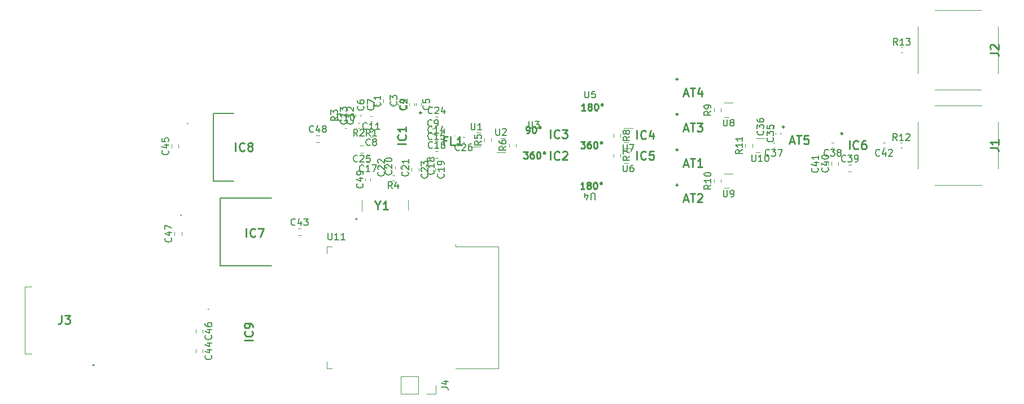
<source format=gbr>
%TF.GenerationSoftware,KiCad,Pcbnew,(6.0.9)*%
%TF.CreationDate,2022-11-10T01:17:40-05:00*%
%TF.ProjectId,5GHzPhaseShifter,3547487a-5068-4617-9365-536869667465,rev?*%
%TF.SameCoordinates,Original*%
%TF.FileFunction,Legend,Top*%
%TF.FilePolarity,Positive*%
%FSLAX46Y46*%
G04 Gerber Fmt 4.6, Leading zero omitted, Abs format (unit mm)*
G04 Created by KiCad (PCBNEW (6.0.9)) date 2022-11-10 01:17:40*
%MOMM*%
%LPD*%
G01*
G04 APERTURE LIST*
%ADD10C,0.250000*%
%ADD11C,0.150000*%
%ADD12C,0.254000*%
%ADD13C,0.120000*%
%ADD14C,0.200000*%
%ADD15C,0.100000*%
%ADD16C,0.125000*%
G04 APERTURE END LIST*
D10*
X151809580Y-103677980D02*
X151238152Y-103677980D01*
X151523866Y-103677980D02*
X151523866Y-102677980D01*
X151428628Y-102820838D01*
X151333390Y-102916076D01*
X151238152Y-102963695D01*
X152381009Y-103106552D02*
X152285771Y-103058933D01*
X152238152Y-103011314D01*
X152190533Y-102916076D01*
X152190533Y-102868457D01*
X152238152Y-102773219D01*
X152285771Y-102725600D01*
X152381009Y-102677980D01*
X152571485Y-102677980D01*
X152666723Y-102725600D01*
X152714342Y-102773219D01*
X152761961Y-102868457D01*
X152761961Y-102916076D01*
X152714342Y-103011314D01*
X152666723Y-103058933D01*
X152571485Y-103106552D01*
X152381009Y-103106552D01*
X152285771Y-103154171D01*
X152238152Y-103201790D01*
X152190533Y-103297028D01*
X152190533Y-103487504D01*
X152238152Y-103582742D01*
X152285771Y-103630361D01*
X152381009Y-103677980D01*
X152571485Y-103677980D01*
X152666723Y-103630361D01*
X152714342Y-103582742D01*
X152761961Y-103487504D01*
X152761961Y-103297028D01*
X152714342Y-103201790D01*
X152666723Y-103154171D01*
X152571485Y-103106552D01*
X153381009Y-102677980D02*
X153476247Y-102677980D01*
X153571485Y-102725600D01*
X153619104Y-102773219D01*
X153666723Y-102868457D01*
X153714342Y-103058933D01*
X153714342Y-103297028D01*
X153666723Y-103487504D01*
X153619104Y-103582742D01*
X153571485Y-103630361D01*
X153476247Y-103677980D01*
X153381009Y-103677980D01*
X153285771Y-103630361D01*
X153238152Y-103582742D01*
X153190533Y-103487504D01*
X153142914Y-103297028D01*
X153142914Y-103058933D01*
X153190533Y-102868457D01*
X153238152Y-102773219D01*
X153285771Y-102725600D01*
X153381009Y-102677980D01*
X154285771Y-102677980D02*
X154190533Y-102725600D01*
X154142914Y-102820838D01*
X154190533Y-102916076D01*
X154285771Y-102963695D01*
X154381009Y-102916076D01*
X154428628Y-102820838D01*
X154381009Y-102725600D01*
X154285771Y-102677980D01*
X151657180Y-115463580D02*
X151085752Y-115463580D01*
X151371466Y-115463580D02*
X151371466Y-114463580D01*
X151276228Y-114606438D01*
X151180990Y-114701676D01*
X151085752Y-114749295D01*
X152228609Y-114892152D02*
X152133371Y-114844533D01*
X152085752Y-114796914D01*
X152038133Y-114701676D01*
X152038133Y-114654057D01*
X152085752Y-114558819D01*
X152133371Y-114511200D01*
X152228609Y-114463580D01*
X152419085Y-114463580D01*
X152514323Y-114511200D01*
X152561942Y-114558819D01*
X152609561Y-114654057D01*
X152609561Y-114701676D01*
X152561942Y-114796914D01*
X152514323Y-114844533D01*
X152419085Y-114892152D01*
X152228609Y-114892152D01*
X152133371Y-114939771D01*
X152085752Y-114987390D01*
X152038133Y-115082628D01*
X152038133Y-115273104D01*
X152085752Y-115368342D01*
X152133371Y-115415961D01*
X152228609Y-115463580D01*
X152419085Y-115463580D01*
X152514323Y-115415961D01*
X152561942Y-115368342D01*
X152609561Y-115273104D01*
X152609561Y-115082628D01*
X152561942Y-114987390D01*
X152514323Y-114939771D01*
X152419085Y-114892152D01*
X153228609Y-114463580D02*
X153323847Y-114463580D01*
X153419085Y-114511200D01*
X153466704Y-114558819D01*
X153514323Y-114654057D01*
X153561942Y-114844533D01*
X153561942Y-115082628D01*
X153514323Y-115273104D01*
X153466704Y-115368342D01*
X153419085Y-115415961D01*
X153323847Y-115463580D01*
X153228609Y-115463580D01*
X153133371Y-115415961D01*
X153085752Y-115368342D01*
X153038133Y-115273104D01*
X152990514Y-115082628D01*
X152990514Y-114844533D01*
X153038133Y-114654057D01*
X153085752Y-114558819D01*
X153133371Y-114511200D01*
X153228609Y-114463580D01*
X154133371Y-114463580D02*
X154038133Y-114511200D01*
X153990514Y-114606438D01*
X154038133Y-114701676D01*
X154133371Y-114749295D01*
X154228609Y-114701676D01*
X154276228Y-114606438D01*
X154228609Y-114511200D01*
X154133371Y-114463580D01*
X142970380Y-107081580D02*
X143160857Y-107081580D01*
X143256095Y-107033961D01*
X143303714Y-106986342D01*
X143398952Y-106843485D01*
X143446571Y-106653009D01*
X143446571Y-106272057D01*
X143398952Y-106176819D01*
X143351333Y-106129200D01*
X143256095Y-106081580D01*
X143065619Y-106081580D01*
X142970380Y-106129200D01*
X142922761Y-106176819D01*
X142875142Y-106272057D01*
X142875142Y-106510152D01*
X142922761Y-106605390D01*
X142970380Y-106653009D01*
X143065619Y-106700628D01*
X143256095Y-106700628D01*
X143351333Y-106653009D01*
X143398952Y-106605390D01*
X143446571Y-106510152D01*
X144065619Y-106081580D02*
X144160857Y-106081580D01*
X144256095Y-106129200D01*
X144303714Y-106176819D01*
X144351333Y-106272057D01*
X144398952Y-106462533D01*
X144398952Y-106700628D01*
X144351333Y-106891104D01*
X144303714Y-106986342D01*
X144256095Y-107033961D01*
X144160857Y-107081580D01*
X144065619Y-107081580D01*
X143970380Y-107033961D01*
X143922761Y-106986342D01*
X143875142Y-106891104D01*
X143827523Y-106700628D01*
X143827523Y-106462533D01*
X143875142Y-106272057D01*
X143922761Y-106176819D01*
X143970380Y-106129200D01*
X144065619Y-106081580D01*
X144970380Y-106081580D02*
X144875142Y-106129200D01*
X144827523Y-106224438D01*
X144875142Y-106319676D01*
X144970380Y-106367295D01*
X145065619Y-106319676D01*
X145113238Y-106224438D01*
X145065619Y-106129200D01*
X144970380Y-106081580D01*
X151088933Y-108367580D02*
X151707980Y-108367580D01*
X151374647Y-108748533D01*
X151517504Y-108748533D01*
X151612742Y-108796152D01*
X151660361Y-108843771D01*
X151707980Y-108939009D01*
X151707980Y-109177104D01*
X151660361Y-109272342D01*
X151612742Y-109319961D01*
X151517504Y-109367580D01*
X151231790Y-109367580D01*
X151136552Y-109319961D01*
X151088933Y-109272342D01*
X152565123Y-108367580D02*
X152374647Y-108367580D01*
X152279409Y-108415200D01*
X152231790Y-108462819D01*
X152136552Y-108605676D01*
X152088933Y-108796152D01*
X152088933Y-109177104D01*
X152136552Y-109272342D01*
X152184171Y-109319961D01*
X152279409Y-109367580D01*
X152469885Y-109367580D01*
X152565123Y-109319961D01*
X152612742Y-109272342D01*
X152660361Y-109177104D01*
X152660361Y-108939009D01*
X152612742Y-108843771D01*
X152565123Y-108796152D01*
X152469885Y-108748533D01*
X152279409Y-108748533D01*
X152184171Y-108796152D01*
X152136552Y-108843771D01*
X152088933Y-108939009D01*
X153279409Y-108367580D02*
X153374647Y-108367580D01*
X153469885Y-108415200D01*
X153517504Y-108462819D01*
X153565123Y-108558057D01*
X153612742Y-108748533D01*
X153612742Y-108986628D01*
X153565123Y-109177104D01*
X153517504Y-109272342D01*
X153469885Y-109319961D01*
X153374647Y-109367580D01*
X153279409Y-109367580D01*
X153184171Y-109319961D01*
X153136552Y-109272342D01*
X153088933Y-109177104D01*
X153041314Y-108986628D01*
X153041314Y-108748533D01*
X153088933Y-108558057D01*
X153136552Y-108462819D01*
X153184171Y-108415200D01*
X153279409Y-108367580D01*
X154184171Y-108367580D02*
X154088933Y-108415200D01*
X154041314Y-108510438D01*
X154088933Y-108605676D01*
X154184171Y-108653295D01*
X154279409Y-108605676D01*
X154327028Y-108510438D01*
X154279409Y-108415200D01*
X154184171Y-108367580D01*
X142529133Y-109891580D02*
X143148180Y-109891580D01*
X142814847Y-110272533D01*
X142957704Y-110272533D01*
X143052942Y-110320152D01*
X143100561Y-110367771D01*
X143148180Y-110463009D01*
X143148180Y-110701104D01*
X143100561Y-110796342D01*
X143052942Y-110843961D01*
X142957704Y-110891580D01*
X142671990Y-110891580D01*
X142576752Y-110843961D01*
X142529133Y-110796342D01*
X144005323Y-109891580D02*
X143814847Y-109891580D01*
X143719609Y-109939200D01*
X143671990Y-109986819D01*
X143576752Y-110129676D01*
X143529133Y-110320152D01*
X143529133Y-110701104D01*
X143576752Y-110796342D01*
X143624371Y-110843961D01*
X143719609Y-110891580D01*
X143910085Y-110891580D01*
X144005323Y-110843961D01*
X144052942Y-110796342D01*
X144100561Y-110701104D01*
X144100561Y-110463009D01*
X144052942Y-110367771D01*
X144005323Y-110320152D01*
X143910085Y-110272533D01*
X143719609Y-110272533D01*
X143624371Y-110320152D01*
X143576752Y-110367771D01*
X143529133Y-110463009D01*
X144719609Y-109891580D02*
X144814847Y-109891580D01*
X144910085Y-109939200D01*
X144957704Y-109986819D01*
X145005323Y-110082057D01*
X145052942Y-110272533D01*
X145052942Y-110510628D01*
X145005323Y-110701104D01*
X144957704Y-110796342D01*
X144910085Y-110843961D01*
X144814847Y-110891580D01*
X144719609Y-110891580D01*
X144624371Y-110843961D01*
X144576752Y-110796342D01*
X144529133Y-110701104D01*
X144481514Y-110510628D01*
X144481514Y-110272533D01*
X144529133Y-110082057D01*
X144576752Y-109986819D01*
X144624371Y-109939200D01*
X144719609Y-109891580D01*
X145624371Y-109891580D02*
X145529133Y-109939200D01*
X145481514Y-110034438D01*
X145529133Y-110129676D01*
X145624371Y-110177295D01*
X145719609Y-110129676D01*
X145767228Y-110034438D01*
X145719609Y-109939200D01*
X145624371Y-109891580D01*
D11*
%TO.C,R6*%
X139890780Y-109081866D02*
X139414590Y-109415200D01*
X139890780Y-109653295D02*
X138890780Y-109653295D01*
X138890780Y-109272342D01*
X138938400Y-109177104D01*
X138986019Y-109129485D01*
X139081257Y-109081866D01*
X139224114Y-109081866D01*
X139319352Y-109129485D01*
X139366971Y-109177104D01*
X139414590Y-109272342D01*
X139414590Y-109653295D01*
X138890780Y-108224723D02*
X138890780Y-108415200D01*
X138938400Y-108510438D01*
X138986019Y-108558057D01*
X139128876Y-108653295D01*
X139319352Y-108700914D01*
X139700304Y-108700914D01*
X139795542Y-108653295D01*
X139843161Y-108605676D01*
X139890780Y-108510438D01*
X139890780Y-108319961D01*
X139843161Y-108224723D01*
X139795542Y-108177104D01*
X139700304Y-108129485D01*
X139462209Y-108129485D01*
X139366971Y-108177104D01*
X139319352Y-108224723D01*
X139271733Y-108319961D01*
X139271733Y-108510438D01*
X139319352Y-108605676D01*
X139366971Y-108653295D01*
X139462209Y-108700914D01*
%TO.C,C22*%
X121557142Y-112910857D02*
X121604761Y-112958476D01*
X121652380Y-113101333D01*
X121652380Y-113196571D01*
X121604761Y-113339428D01*
X121509523Y-113434666D01*
X121414285Y-113482285D01*
X121223809Y-113529904D01*
X121080952Y-113529904D01*
X120890476Y-113482285D01*
X120795238Y-113434666D01*
X120700000Y-113339428D01*
X120652380Y-113196571D01*
X120652380Y-113101333D01*
X120700000Y-112958476D01*
X120747619Y-112910857D01*
X120747619Y-112529904D02*
X120700000Y-112482285D01*
X120652380Y-112387047D01*
X120652380Y-112148952D01*
X120700000Y-112053714D01*
X120747619Y-112006095D01*
X120842857Y-111958476D01*
X120938095Y-111958476D01*
X121080952Y-112006095D01*
X121652380Y-112577523D01*
X121652380Y-111958476D01*
X120747619Y-111577523D02*
X120700000Y-111529904D01*
X120652380Y-111434666D01*
X120652380Y-111196571D01*
X120700000Y-111101333D01*
X120747619Y-111053714D01*
X120842857Y-111006095D01*
X120938095Y-111006095D01*
X121080952Y-111053714D01*
X121652380Y-111625142D01*
X121652380Y-111006095D01*
%TO.C,C42*%
X195953142Y-110442342D02*
X195905523Y-110489961D01*
X195762666Y-110537580D01*
X195667428Y-110537580D01*
X195524571Y-110489961D01*
X195429333Y-110394723D01*
X195381714Y-110299485D01*
X195334095Y-110109009D01*
X195334095Y-109966152D01*
X195381714Y-109775676D01*
X195429333Y-109680438D01*
X195524571Y-109585200D01*
X195667428Y-109537580D01*
X195762666Y-109537580D01*
X195905523Y-109585200D01*
X195953142Y-109632819D01*
X196810285Y-109870914D02*
X196810285Y-110537580D01*
X196572190Y-109489961D02*
X196334095Y-110204247D01*
X196953142Y-110204247D01*
X197286476Y-109632819D02*
X197334095Y-109585200D01*
X197429333Y-109537580D01*
X197667428Y-109537580D01*
X197762666Y-109585200D01*
X197810285Y-109632819D01*
X197857904Y-109728057D01*
X197857904Y-109823295D01*
X197810285Y-109966152D01*
X197238857Y-110537580D01*
X197857904Y-110537580D01*
%TO.C,C41*%
X186633142Y-112352057D02*
X186680761Y-112399676D01*
X186728380Y-112542533D01*
X186728380Y-112637771D01*
X186680761Y-112780628D01*
X186585523Y-112875866D01*
X186490285Y-112923485D01*
X186299809Y-112971104D01*
X186156952Y-112971104D01*
X185966476Y-112923485D01*
X185871238Y-112875866D01*
X185776000Y-112780628D01*
X185728380Y-112637771D01*
X185728380Y-112542533D01*
X185776000Y-112399676D01*
X185823619Y-112352057D01*
X186061714Y-111494914D02*
X186728380Y-111494914D01*
X185680761Y-111733009D02*
X186395047Y-111971104D01*
X186395047Y-111352057D01*
X186728380Y-110447295D02*
X186728380Y-111018723D01*
X186728380Y-110733009D02*
X185728380Y-110733009D01*
X185871238Y-110828247D01*
X185966476Y-110923485D01*
X186014095Y-111018723D01*
D12*
%TO.C,IC7*%
X100953238Y-122661523D02*
X100953238Y-121391523D01*
X102283714Y-122540571D02*
X102223238Y-122601047D01*
X102041809Y-122661523D01*
X101920857Y-122661523D01*
X101739428Y-122601047D01*
X101618476Y-122480095D01*
X101558000Y-122359142D01*
X101497523Y-122117238D01*
X101497523Y-121935809D01*
X101558000Y-121693904D01*
X101618476Y-121572952D01*
X101739428Y-121452000D01*
X101920857Y-121391523D01*
X102041809Y-121391523D01*
X102223238Y-121452000D01*
X102283714Y-121512476D01*
X102707047Y-121391523D02*
X103553714Y-121391523D01*
X103009428Y-122661523D01*
D11*
%TO.C,R12*%
X198543942Y-108197580D02*
X198210609Y-107721390D01*
X197972514Y-108197580D02*
X197972514Y-107197580D01*
X198353466Y-107197580D01*
X198448704Y-107245200D01*
X198496323Y-107292819D01*
X198543942Y-107388057D01*
X198543942Y-107530914D01*
X198496323Y-107626152D01*
X198448704Y-107673771D01*
X198353466Y-107721390D01*
X197972514Y-107721390D01*
X199496323Y-108197580D02*
X198924895Y-108197580D01*
X199210609Y-108197580D02*
X199210609Y-107197580D01*
X199115371Y-107340438D01*
X199020133Y-107435676D01*
X198924895Y-107483295D01*
X199877276Y-107292819D02*
X199924895Y-107245200D01*
X200020133Y-107197580D01*
X200258228Y-107197580D01*
X200353466Y-107245200D01*
X200401085Y-107292819D01*
X200448704Y-107388057D01*
X200448704Y-107483295D01*
X200401085Y-107626152D01*
X199829657Y-108197580D01*
X200448704Y-108197580D01*
%TO.C,U4*%
X153219904Y-117080819D02*
X153219904Y-116271295D01*
X153172285Y-116176057D01*
X153124666Y-116128438D01*
X153029428Y-116080819D01*
X152838952Y-116080819D01*
X152743714Y-116128438D01*
X152696095Y-116176057D01*
X152648476Y-116271295D01*
X152648476Y-117080819D01*
X151743714Y-116747485D02*
X151743714Y-116080819D01*
X151981809Y-117128438D02*
X152219904Y-116414152D01*
X151600857Y-116414152D01*
%TO.C,C12*%
X116941542Y-105087657D02*
X116989161Y-105135276D01*
X117036780Y-105278133D01*
X117036780Y-105373371D01*
X116989161Y-105516228D01*
X116893923Y-105611466D01*
X116798685Y-105659085D01*
X116608209Y-105706704D01*
X116465352Y-105706704D01*
X116274876Y-105659085D01*
X116179638Y-105611466D01*
X116084400Y-105516228D01*
X116036780Y-105373371D01*
X116036780Y-105278133D01*
X116084400Y-105135276D01*
X116132019Y-105087657D01*
X117036780Y-104135276D02*
X117036780Y-104706704D01*
X117036780Y-104420990D02*
X116036780Y-104420990D01*
X116179638Y-104516228D01*
X116274876Y-104611466D01*
X116322495Y-104706704D01*
X116132019Y-103754323D02*
X116084400Y-103706704D01*
X116036780Y-103611466D01*
X116036780Y-103373371D01*
X116084400Y-103278133D01*
X116132019Y-103230514D01*
X116227257Y-103182895D01*
X116322495Y-103182895D01*
X116465352Y-103230514D01*
X117036780Y-103801942D01*
X117036780Y-103182895D01*
D12*
%TO.C,AT3*%
X166553847Y-106485266D02*
X167158609Y-106485266D01*
X166432895Y-106848123D02*
X166856228Y-105578123D01*
X167279561Y-106848123D01*
X167521466Y-105578123D02*
X168247180Y-105578123D01*
X167884323Y-106848123D02*
X167884323Y-105578123D01*
X168549561Y-105578123D02*
X169335752Y-105578123D01*
X168912419Y-106061933D01*
X169093847Y-106061933D01*
X169214800Y-106122409D01*
X169275276Y-106182885D01*
X169335752Y-106303838D01*
X169335752Y-106606219D01*
X169275276Y-106727171D01*
X169214800Y-106787647D01*
X169093847Y-106848123D01*
X168730990Y-106848123D01*
X168610038Y-106787647D01*
X168549561Y-106727171D01*
D11*
%TO.C,U7*%
X157480095Y-108793580D02*
X157480095Y-109603104D01*
X157527714Y-109698342D01*
X157575333Y-109745961D01*
X157670571Y-109793580D01*
X157861047Y-109793580D01*
X157956285Y-109745961D01*
X158003904Y-109698342D01*
X158051523Y-109603104D01*
X158051523Y-108793580D01*
X158432476Y-108793580D02*
X159099142Y-108793580D01*
X158670571Y-109793580D01*
%TO.C,C1*%
X120948742Y-102427066D02*
X120996361Y-102474685D01*
X121043980Y-102617542D01*
X121043980Y-102712780D01*
X120996361Y-102855638D01*
X120901123Y-102950876D01*
X120805885Y-102998495D01*
X120615409Y-103046114D01*
X120472552Y-103046114D01*
X120282076Y-102998495D01*
X120186838Y-102950876D01*
X120091600Y-102855638D01*
X120043980Y-102712780D01*
X120043980Y-102617542D01*
X120091600Y-102474685D01*
X120139219Y-102427066D01*
X121043980Y-101474685D02*
X121043980Y-102046114D01*
X121043980Y-101760400D02*
X120043980Y-101760400D01*
X120186838Y-101855638D01*
X120282076Y-101950876D01*
X120329695Y-102046114D01*
D12*
%TO.C,Y1*%
X120680238Y-117952761D02*
X120680238Y-118557523D01*
X120256904Y-117287523D02*
X120680238Y-117952761D01*
X121103571Y-117287523D01*
X122192142Y-118557523D02*
X121466428Y-118557523D01*
X121829285Y-118557523D02*
X121829285Y-117287523D01*
X121708333Y-117468952D01*
X121587380Y-117589904D01*
X121466428Y-117650380D01*
%TO.C,J2*%
X212500323Y-95038333D02*
X213407466Y-95038333D01*
X213588895Y-95098809D01*
X213709847Y-95219761D01*
X213770323Y-95401190D01*
X213770323Y-95522142D01*
X212621276Y-94494047D02*
X212560800Y-94433571D01*
X212500323Y-94312619D01*
X212500323Y-94010238D01*
X212560800Y-93889285D01*
X212621276Y-93828809D01*
X212742228Y-93768333D01*
X212863180Y-93768333D01*
X213044609Y-93828809D01*
X213770323Y-94554523D01*
X213770323Y-93768333D01*
D11*
%TO.C,R9*%
X170624780Y-103798666D02*
X170148590Y-104132000D01*
X170624780Y-104370095D02*
X169624780Y-104370095D01*
X169624780Y-103989142D01*
X169672400Y-103893904D01*
X169720019Y-103846285D01*
X169815257Y-103798666D01*
X169958114Y-103798666D01*
X170053352Y-103846285D01*
X170100971Y-103893904D01*
X170148590Y-103989142D01*
X170148590Y-104370095D01*
X170624780Y-103322476D02*
X170624780Y-103132000D01*
X170577161Y-103036761D01*
X170529542Y-102989142D01*
X170386685Y-102893904D01*
X170196209Y-102846285D01*
X169815257Y-102846285D01*
X169720019Y-102893904D01*
X169672400Y-102941523D01*
X169624780Y-103036761D01*
X169624780Y-103227238D01*
X169672400Y-103322476D01*
X169720019Y-103370095D01*
X169815257Y-103417714D01*
X170053352Y-103417714D01*
X170148590Y-103370095D01*
X170196209Y-103322476D01*
X170243828Y-103227238D01*
X170243828Y-103036761D01*
X170196209Y-102941523D01*
X170148590Y-102893904D01*
X170053352Y-102846285D01*
D12*
%TO.C,AT1*%
X166553847Y-111819266D02*
X167158609Y-111819266D01*
X166432895Y-112182123D02*
X166856228Y-110912123D01*
X167279561Y-112182123D01*
X167521466Y-110912123D02*
X168247180Y-110912123D01*
X167884323Y-112182123D02*
X167884323Y-110912123D01*
X169335752Y-112182123D02*
X168610038Y-112182123D01*
X168972895Y-112182123D02*
X168972895Y-110912123D01*
X168851942Y-111093552D01*
X168730990Y-111214504D01*
X168610038Y-111274980D01*
D11*
%TO.C,C2*%
X124967942Y-102935066D02*
X125015561Y-102982685D01*
X125063180Y-103125542D01*
X125063180Y-103220780D01*
X125015561Y-103363638D01*
X124920323Y-103458876D01*
X124825085Y-103506495D01*
X124634609Y-103554114D01*
X124491752Y-103554114D01*
X124301276Y-103506495D01*
X124206038Y-103458876D01*
X124110800Y-103363638D01*
X124063180Y-103220780D01*
X124063180Y-103125542D01*
X124110800Y-102982685D01*
X124158419Y-102935066D01*
X124158419Y-102554114D02*
X124110800Y-102506495D01*
X124063180Y-102411257D01*
X124063180Y-102173161D01*
X124110800Y-102077923D01*
X124158419Y-102030304D01*
X124253657Y-101982685D01*
X124348895Y-101982685D01*
X124491752Y-102030304D01*
X125063180Y-102601733D01*
X125063180Y-101982685D01*
%TO.C,R3*%
X114649180Y-104611466D02*
X114172990Y-104944800D01*
X114649180Y-105182895D02*
X113649180Y-105182895D01*
X113649180Y-104801942D01*
X113696800Y-104706704D01*
X113744419Y-104659085D01*
X113839657Y-104611466D01*
X113982514Y-104611466D01*
X114077752Y-104659085D01*
X114125371Y-104706704D01*
X114172990Y-104801942D01*
X114172990Y-105182895D01*
X113649180Y-104278133D02*
X113649180Y-103659085D01*
X114030133Y-103992419D01*
X114030133Y-103849561D01*
X114077752Y-103754323D01*
X114125371Y-103706704D01*
X114220609Y-103659085D01*
X114458704Y-103659085D01*
X114553942Y-103706704D01*
X114601561Y-103754323D01*
X114649180Y-103849561D01*
X114649180Y-104135276D01*
X114601561Y-104230514D01*
X114553942Y-104278133D01*
%TO.C,C37*%
X179392342Y-110442342D02*
X179344723Y-110489961D01*
X179201866Y-110537580D01*
X179106628Y-110537580D01*
X178963771Y-110489961D01*
X178868533Y-110394723D01*
X178820914Y-110299485D01*
X178773295Y-110109009D01*
X178773295Y-109966152D01*
X178820914Y-109775676D01*
X178868533Y-109680438D01*
X178963771Y-109585200D01*
X179106628Y-109537580D01*
X179201866Y-109537580D01*
X179344723Y-109585200D01*
X179392342Y-109632819D01*
X179725676Y-109537580D02*
X180344723Y-109537580D01*
X180011390Y-109918533D01*
X180154247Y-109918533D01*
X180249485Y-109966152D01*
X180297104Y-110013771D01*
X180344723Y-110109009D01*
X180344723Y-110347104D01*
X180297104Y-110442342D01*
X180249485Y-110489961D01*
X180154247Y-110537580D01*
X179868533Y-110537580D01*
X179773295Y-110489961D01*
X179725676Y-110442342D01*
X180678057Y-109537580D02*
X181344723Y-109537580D01*
X180916152Y-110537580D01*
%TO.C,C43*%
X108284542Y-120847142D02*
X108236923Y-120894761D01*
X108094066Y-120942380D01*
X107998828Y-120942380D01*
X107855971Y-120894761D01*
X107760733Y-120799523D01*
X107713114Y-120704285D01*
X107665495Y-120513809D01*
X107665495Y-120370952D01*
X107713114Y-120180476D01*
X107760733Y-120085238D01*
X107855971Y-119990000D01*
X107998828Y-119942380D01*
X108094066Y-119942380D01*
X108236923Y-119990000D01*
X108284542Y-120037619D01*
X109141685Y-120275714D02*
X109141685Y-120942380D01*
X108903590Y-119894761D02*
X108665495Y-120609047D01*
X109284542Y-120609047D01*
X109570257Y-119942380D02*
X110189304Y-119942380D01*
X109855971Y-120323333D01*
X109998828Y-120323333D01*
X110094066Y-120370952D01*
X110141685Y-120418571D01*
X110189304Y-120513809D01*
X110189304Y-120751904D01*
X110141685Y-120847142D01*
X110094066Y-120894761D01*
X109998828Y-120942380D01*
X109713114Y-120942380D01*
X109617876Y-120894761D01*
X109570257Y-120847142D01*
%TO.C,R10*%
X170624780Y-114892057D02*
X170148590Y-115225390D01*
X170624780Y-115463485D02*
X169624780Y-115463485D01*
X169624780Y-115082533D01*
X169672400Y-114987295D01*
X169720019Y-114939676D01*
X169815257Y-114892057D01*
X169958114Y-114892057D01*
X170053352Y-114939676D01*
X170100971Y-114987295D01*
X170148590Y-115082533D01*
X170148590Y-115463485D01*
X170624780Y-113939676D02*
X170624780Y-114511104D01*
X170624780Y-114225390D02*
X169624780Y-114225390D01*
X169767638Y-114320628D01*
X169862876Y-114415866D01*
X169910495Y-114511104D01*
X169624780Y-113320628D02*
X169624780Y-113225390D01*
X169672400Y-113130152D01*
X169720019Y-113082533D01*
X169815257Y-113034914D01*
X170005733Y-112987295D01*
X170243828Y-112987295D01*
X170434304Y-113034914D01*
X170529542Y-113082533D01*
X170577161Y-113130152D01*
X170624780Y-113225390D01*
X170624780Y-113320628D01*
X170577161Y-113415866D01*
X170529542Y-113463485D01*
X170434304Y-113511104D01*
X170243828Y-113558723D01*
X170005733Y-113558723D01*
X169815257Y-113511104D01*
X169720019Y-113463485D01*
X169672400Y-113415866D01*
X169624780Y-113320628D01*
%TO.C,C44*%
X95665542Y-140444457D02*
X95713161Y-140492076D01*
X95760780Y-140634933D01*
X95760780Y-140730171D01*
X95713161Y-140873028D01*
X95617923Y-140968266D01*
X95522685Y-141015885D01*
X95332209Y-141063504D01*
X95189352Y-141063504D01*
X94998876Y-141015885D01*
X94903638Y-140968266D01*
X94808400Y-140873028D01*
X94760780Y-140730171D01*
X94760780Y-140634933D01*
X94808400Y-140492076D01*
X94856019Y-140444457D01*
X95094114Y-139587314D02*
X95760780Y-139587314D01*
X94713161Y-139825409D02*
X95427447Y-140063504D01*
X95427447Y-139444457D01*
X95094114Y-138634933D02*
X95760780Y-138634933D01*
X94713161Y-138873028D02*
X95427447Y-139111123D01*
X95427447Y-138492076D01*
%TO.C,C10*%
X115231942Y-105105142D02*
X115184323Y-105152761D01*
X115041466Y-105200380D01*
X114946228Y-105200380D01*
X114803371Y-105152761D01*
X114708133Y-105057523D01*
X114660514Y-104962285D01*
X114612895Y-104771809D01*
X114612895Y-104628952D01*
X114660514Y-104438476D01*
X114708133Y-104343238D01*
X114803371Y-104248000D01*
X114946228Y-104200380D01*
X115041466Y-104200380D01*
X115184323Y-104248000D01*
X115231942Y-104295619D01*
X116184323Y-105200380D02*
X115612895Y-105200380D01*
X115898609Y-105200380D02*
X115898609Y-104200380D01*
X115803371Y-104343238D01*
X115708133Y-104438476D01*
X115612895Y-104486095D01*
X116803371Y-104200380D02*
X116898609Y-104200380D01*
X116993847Y-104248000D01*
X117041466Y-104295619D01*
X117089085Y-104390857D01*
X117136704Y-104581333D01*
X117136704Y-104819428D01*
X117089085Y-105009904D01*
X117041466Y-105105142D01*
X116993847Y-105152761D01*
X116898609Y-105200380D01*
X116803371Y-105200380D01*
X116708133Y-105152761D01*
X116660514Y-105105142D01*
X116612895Y-105009904D01*
X116565276Y-104819428D01*
X116565276Y-104581333D01*
X116612895Y-104390857D01*
X116660514Y-104295619D01*
X116708133Y-104248000D01*
X116803371Y-104200380D01*
%TO.C,U2*%
X138379295Y-106417580D02*
X138379295Y-107227104D01*
X138426914Y-107322342D01*
X138474533Y-107369961D01*
X138569771Y-107417580D01*
X138760247Y-107417580D01*
X138855485Y-107369961D01*
X138903104Y-107322342D01*
X138950723Y-107227104D01*
X138950723Y-106417580D01*
X139379295Y-106512819D02*
X139426914Y-106465200D01*
X139522152Y-106417580D01*
X139760247Y-106417580D01*
X139855485Y-106465200D01*
X139903104Y-106512819D01*
X139950723Y-106608057D01*
X139950723Y-106703295D01*
X139903104Y-106846152D01*
X139331676Y-107417580D01*
X139950723Y-107417580D01*
%TO.C,R11*%
X175349180Y-109583457D02*
X174872990Y-109916790D01*
X175349180Y-110154885D02*
X174349180Y-110154885D01*
X174349180Y-109773933D01*
X174396800Y-109678695D01*
X174444419Y-109631076D01*
X174539657Y-109583457D01*
X174682514Y-109583457D01*
X174777752Y-109631076D01*
X174825371Y-109678695D01*
X174872990Y-109773933D01*
X174872990Y-110154885D01*
X175349180Y-108631076D02*
X175349180Y-109202504D01*
X175349180Y-108916790D02*
X174349180Y-108916790D01*
X174492038Y-109012028D01*
X174587276Y-109107266D01*
X174634895Y-109202504D01*
X175349180Y-107678695D02*
X175349180Y-108250123D01*
X175349180Y-107964409D02*
X174349180Y-107964409D01*
X174492038Y-108059647D01*
X174587276Y-108154885D01*
X174634895Y-108250123D01*
%TO.C,C38*%
X188231542Y-110442342D02*
X188183923Y-110489961D01*
X188041066Y-110537580D01*
X187945828Y-110537580D01*
X187802971Y-110489961D01*
X187707733Y-110394723D01*
X187660114Y-110299485D01*
X187612495Y-110109009D01*
X187612495Y-109966152D01*
X187660114Y-109775676D01*
X187707733Y-109680438D01*
X187802971Y-109585200D01*
X187945828Y-109537580D01*
X188041066Y-109537580D01*
X188183923Y-109585200D01*
X188231542Y-109632819D01*
X188564876Y-109537580D02*
X189183923Y-109537580D01*
X188850590Y-109918533D01*
X188993447Y-109918533D01*
X189088685Y-109966152D01*
X189136304Y-110013771D01*
X189183923Y-110109009D01*
X189183923Y-110347104D01*
X189136304Y-110442342D01*
X189088685Y-110489961D01*
X188993447Y-110537580D01*
X188707733Y-110537580D01*
X188612495Y-110489961D01*
X188564876Y-110442342D01*
X189755352Y-109966152D02*
X189660114Y-109918533D01*
X189612495Y-109870914D01*
X189564876Y-109775676D01*
X189564876Y-109728057D01*
X189612495Y-109632819D01*
X189660114Y-109585200D01*
X189755352Y-109537580D01*
X189945828Y-109537580D01*
X190041066Y-109585200D01*
X190088685Y-109632819D01*
X190136304Y-109728057D01*
X190136304Y-109775676D01*
X190088685Y-109870914D01*
X190041066Y-109918533D01*
X189945828Y-109966152D01*
X189755352Y-109966152D01*
X189660114Y-110013771D01*
X189612495Y-110061390D01*
X189564876Y-110156628D01*
X189564876Y-110347104D01*
X189612495Y-110442342D01*
X189660114Y-110489961D01*
X189755352Y-110537580D01*
X189945828Y-110537580D01*
X190041066Y-110489961D01*
X190088685Y-110442342D01*
X190136304Y-110347104D01*
X190136304Y-110156628D01*
X190088685Y-110061390D01*
X190041066Y-110013771D01*
X189945828Y-109966152D01*
D12*
%TO.C,IC1*%
X124907523Y-108681761D02*
X123637523Y-108681761D01*
X124786571Y-107351285D02*
X124847047Y-107411761D01*
X124907523Y-107593190D01*
X124907523Y-107714142D01*
X124847047Y-107895571D01*
X124726095Y-108016523D01*
X124605142Y-108077000D01*
X124363238Y-108137476D01*
X124181809Y-108137476D01*
X123939904Y-108077000D01*
X123818952Y-108016523D01*
X123698000Y-107895571D01*
X123637523Y-107714142D01*
X123637523Y-107593190D01*
X123698000Y-107411761D01*
X123758476Y-107351285D01*
X124907523Y-106141761D02*
X124907523Y-106867476D01*
X124907523Y-106504619D02*
X123637523Y-106504619D01*
X123818952Y-106625571D01*
X123939904Y-106746523D01*
X124000380Y-106867476D01*
D11*
%TO.C,R1*%
X119518133Y-107540380D02*
X119184800Y-107064190D01*
X118946704Y-107540380D02*
X118946704Y-106540380D01*
X119327657Y-106540380D01*
X119422895Y-106588000D01*
X119470514Y-106635619D01*
X119518133Y-106730857D01*
X119518133Y-106873714D01*
X119470514Y-106968952D01*
X119422895Y-107016571D01*
X119327657Y-107064190D01*
X118946704Y-107064190D01*
X120470514Y-107540380D02*
X119899085Y-107540380D01*
X120184800Y-107540380D02*
X120184800Y-106540380D01*
X120089561Y-106683238D01*
X119994323Y-106778476D01*
X119899085Y-106826095D01*
%TO.C,R5*%
X136182380Y-108269066D02*
X135706190Y-108602400D01*
X136182380Y-108840495D02*
X135182380Y-108840495D01*
X135182380Y-108459542D01*
X135230000Y-108364304D01*
X135277619Y-108316685D01*
X135372857Y-108269066D01*
X135515714Y-108269066D01*
X135610952Y-108316685D01*
X135658571Y-108364304D01*
X135706190Y-108459542D01*
X135706190Y-108840495D01*
X135182380Y-107364304D02*
X135182380Y-107840495D01*
X135658571Y-107888114D01*
X135610952Y-107840495D01*
X135563333Y-107745257D01*
X135563333Y-107507161D01*
X135610952Y-107411923D01*
X135658571Y-107364304D01*
X135753809Y-107316685D01*
X135991904Y-107316685D01*
X136087142Y-107364304D01*
X136134761Y-107411923D01*
X136182380Y-107507161D01*
X136182380Y-107745257D01*
X136134761Y-107840495D01*
X136087142Y-107888114D01*
%TO.C,C16*%
X128846342Y-109264742D02*
X128798723Y-109312361D01*
X128655866Y-109359980D01*
X128560628Y-109359980D01*
X128417771Y-109312361D01*
X128322533Y-109217123D01*
X128274914Y-109121885D01*
X128227295Y-108931409D01*
X128227295Y-108788552D01*
X128274914Y-108598076D01*
X128322533Y-108502838D01*
X128417771Y-108407600D01*
X128560628Y-108359980D01*
X128655866Y-108359980D01*
X128798723Y-108407600D01*
X128846342Y-108455219D01*
X129798723Y-109359980D02*
X129227295Y-109359980D01*
X129513009Y-109359980D02*
X129513009Y-108359980D01*
X129417771Y-108502838D01*
X129322533Y-108598076D01*
X129227295Y-108645695D01*
X130655866Y-108359980D02*
X130465390Y-108359980D01*
X130370152Y-108407600D01*
X130322533Y-108455219D01*
X130227295Y-108598076D01*
X130179676Y-108788552D01*
X130179676Y-109169504D01*
X130227295Y-109264742D01*
X130274914Y-109312361D01*
X130370152Y-109359980D01*
X130560628Y-109359980D01*
X130655866Y-109312361D01*
X130703485Y-109264742D01*
X130751104Y-109169504D01*
X130751104Y-108931409D01*
X130703485Y-108836171D01*
X130655866Y-108788552D01*
X130560628Y-108740933D01*
X130370152Y-108740933D01*
X130274914Y-108788552D01*
X130227295Y-108836171D01*
X130179676Y-108931409D01*
%TO.C,C26*%
X132903142Y-109604142D02*
X132855523Y-109651761D01*
X132712666Y-109699380D01*
X132617428Y-109699380D01*
X132474571Y-109651761D01*
X132379333Y-109556523D01*
X132331714Y-109461285D01*
X132284095Y-109270809D01*
X132284095Y-109127952D01*
X132331714Y-108937476D01*
X132379333Y-108842238D01*
X132474571Y-108747000D01*
X132617428Y-108699380D01*
X132712666Y-108699380D01*
X132855523Y-108747000D01*
X132903142Y-108794619D01*
X133284095Y-108794619D02*
X133331714Y-108747000D01*
X133426952Y-108699380D01*
X133665047Y-108699380D01*
X133760285Y-108747000D01*
X133807904Y-108794619D01*
X133855523Y-108889857D01*
X133855523Y-108985095D01*
X133807904Y-109127952D01*
X133236476Y-109699380D01*
X133855523Y-109699380D01*
X134712666Y-108699380D02*
X134522190Y-108699380D01*
X134426952Y-108747000D01*
X134379333Y-108794619D01*
X134284095Y-108937476D01*
X134236476Y-109127952D01*
X134236476Y-109508904D01*
X134284095Y-109604142D01*
X134331714Y-109651761D01*
X134426952Y-109699380D01*
X134617428Y-109699380D01*
X134712666Y-109651761D01*
X134760285Y-109604142D01*
X134807904Y-109508904D01*
X134807904Y-109270809D01*
X134760285Y-109175571D01*
X134712666Y-109127952D01*
X134617428Y-109080333D01*
X134426952Y-109080333D01*
X134331714Y-109127952D01*
X134284095Y-109175571D01*
X134236476Y-109270809D01*
%TO.C,C18*%
X129035142Y-112656857D02*
X129082761Y-112704476D01*
X129130380Y-112847333D01*
X129130380Y-112942571D01*
X129082761Y-113085428D01*
X128987523Y-113180666D01*
X128892285Y-113228285D01*
X128701809Y-113275904D01*
X128558952Y-113275904D01*
X128368476Y-113228285D01*
X128273238Y-113180666D01*
X128178000Y-113085428D01*
X128130380Y-112942571D01*
X128130380Y-112847333D01*
X128178000Y-112704476D01*
X128225619Y-112656857D01*
X129130380Y-111704476D02*
X129130380Y-112275904D01*
X129130380Y-111990190D02*
X128130380Y-111990190D01*
X128273238Y-112085428D01*
X128368476Y-112180666D01*
X128416095Y-112275904D01*
X128558952Y-111133047D02*
X128511333Y-111228285D01*
X128463714Y-111275904D01*
X128368476Y-111323523D01*
X128320857Y-111323523D01*
X128225619Y-111275904D01*
X128178000Y-111228285D01*
X128130380Y-111133047D01*
X128130380Y-110942571D01*
X128178000Y-110847333D01*
X128225619Y-110799714D01*
X128320857Y-110752095D01*
X128368476Y-110752095D01*
X128463714Y-110799714D01*
X128511333Y-110847333D01*
X128558952Y-110942571D01*
X128558952Y-111133047D01*
X128606571Y-111228285D01*
X128654190Y-111275904D01*
X128749428Y-111323523D01*
X128939904Y-111323523D01*
X129035142Y-111275904D01*
X129082761Y-111228285D01*
X129130380Y-111133047D01*
X129130380Y-110942571D01*
X129082761Y-110847333D01*
X129035142Y-110799714D01*
X128939904Y-110752095D01*
X128749428Y-110752095D01*
X128654190Y-110799714D01*
X128606571Y-110847333D01*
X128558952Y-110942571D01*
%TO.C,C23*%
X128075942Y-113215657D02*
X128123561Y-113263276D01*
X128171180Y-113406133D01*
X128171180Y-113501371D01*
X128123561Y-113644228D01*
X128028323Y-113739466D01*
X127933085Y-113787085D01*
X127742609Y-113834704D01*
X127599752Y-113834704D01*
X127409276Y-113787085D01*
X127314038Y-113739466D01*
X127218800Y-113644228D01*
X127171180Y-113501371D01*
X127171180Y-113406133D01*
X127218800Y-113263276D01*
X127266419Y-113215657D01*
X127266419Y-112834704D02*
X127218800Y-112787085D01*
X127171180Y-112691847D01*
X127171180Y-112453752D01*
X127218800Y-112358514D01*
X127266419Y-112310895D01*
X127361657Y-112263276D01*
X127456895Y-112263276D01*
X127599752Y-112310895D01*
X128171180Y-112882323D01*
X128171180Y-112263276D01*
X127171180Y-111929942D02*
X127171180Y-111310895D01*
X127552133Y-111644228D01*
X127552133Y-111501371D01*
X127599752Y-111406133D01*
X127647371Y-111358514D01*
X127742609Y-111310895D01*
X127980704Y-111310895D01*
X128075942Y-111358514D01*
X128123561Y-111406133D01*
X128171180Y-111501371D01*
X128171180Y-111787085D01*
X128123561Y-111882323D01*
X128075942Y-111929942D01*
%TO.C,C46*%
X95665542Y-137447257D02*
X95713161Y-137494876D01*
X95760780Y-137637733D01*
X95760780Y-137732971D01*
X95713161Y-137875828D01*
X95617923Y-137971066D01*
X95522685Y-138018685D01*
X95332209Y-138066304D01*
X95189352Y-138066304D01*
X94998876Y-138018685D01*
X94903638Y-137971066D01*
X94808400Y-137875828D01*
X94760780Y-137732971D01*
X94760780Y-137637733D01*
X94808400Y-137494876D01*
X94856019Y-137447257D01*
X95094114Y-136590114D02*
X95760780Y-136590114D01*
X94713161Y-136828209D02*
X95427447Y-137066304D01*
X95427447Y-136447257D01*
X94760780Y-135637733D02*
X94760780Y-135828209D01*
X94808400Y-135923447D01*
X94856019Y-135971066D01*
X94998876Y-136066304D01*
X95189352Y-136113923D01*
X95570304Y-136113923D01*
X95665542Y-136066304D01*
X95713161Y-136018685D01*
X95760780Y-135923447D01*
X95760780Y-135732971D01*
X95713161Y-135637733D01*
X95665542Y-135590114D01*
X95570304Y-135542495D01*
X95332209Y-135542495D01*
X95236971Y-135590114D01*
X95189352Y-135637733D01*
X95141733Y-135732971D01*
X95141733Y-135923447D01*
X95189352Y-136018685D01*
X95236971Y-136066304D01*
X95332209Y-136113923D01*
%TO.C,R4*%
X122838333Y-115414380D02*
X122505000Y-114938190D01*
X122266904Y-115414380D02*
X122266904Y-114414380D01*
X122647857Y-114414380D01*
X122743095Y-114462000D01*
X122790714Y-114509619D01*
X122838333Y-114604857D01*
X122838333Y-114747714D01*
X122790714Y-114842952D01*
X122743095Y-114890571D01*
X122647857Y-114938190D01*
X122266904Y-114938190D01*
X123695476Y-114747714D02*
X123695476Y-115414380D01*
X123457380Y-114366761D02*
X123219285Y-115081047D01*
X123838333Y-115081047D01*
%TO.C,C9*%
X128763733Y-105968742D02*
X128716114Y-106016361D01*
X128573257Y-106063980D01*
X128478019Y-106063980D01*
X128335161Y-106016361D01*
X128239923Y-105921123D01*
X128192304Y-105825885D01*
X128144685Y-105635409D01*
X128144685Y-105492552D01*
X128192304Y-105302076D01*
X128239923Y-105206838D01*
X128335161Y-105111600D01*
X128478019Y-105063980D01*
X128573257Y-105063980D01*
X128716114Y-105111600D01*
X128763733Y-105159219D01*
X129239923Y-106063980D02*
X129430400Y-106063980D01*
X129525638Y-106016361D01*
X129573257Y-105968742D01*
X129668495Y-105825885D01*
X129716114Y-105635409D01*
X129716114Y-105254457D01*
X129668495Y-105159219D01*
X129620876Y-105111600D01*
X129525638Y-105063980D01*
X129335161Y-105063980D01*
X129239923Y-105111600D01*
X129192304Y-105159219D01*
X129144685Y-105254457D01*
X129144685Y-105492552D01*
X129192304Y-105587790D01*
X129239923Y-105635409D01*
X129335161Y-105683028D01*
X129525638Y-105683028D01*
X129620876Y-105635409D01*
X129668495Y-105587790D01*
X129716114Y-105492552D01*
%TO.C,C7*%
X119989542Y-102985866D02*
X120037161Y-103033485D01*
X120084780Y-103176342D01*
X120084780Y-103271580D01*
X120037161Y-103414438D01*
X119941923Y-103509676D01*
X119846685Y-103557295D01*
X119656209Y-103604914D01*
X119513352Y-103604914D01*
X119322876Y-103557295D01*
X119227638Y-103509676D01*
X119132400Y-103414438D01*
X119084780Y-103271580D01*
X119084780Y-103176342D01*
X119132400Y-103033485D01*
X119180019Y-102985866D01*
X119084780Y-102652533D02*
X119084780Y-101985866D01*
X120084780Y-102414438D01*
D12*
%TO.C,AT4*%
X166553847Y-101202066D02*
X167158609Y-101202066D01*
X166432895Y-101564923D02*
X166856228Y-100294923D01*
X167279561Y-101564923D01*
X167521466Y-100294923D02*
X168247180Y-100294923D01*
X167884323Y-101564923D02*
X167884323Y-100294923D01*
X169214800Y-100718257D02*
X169214800Y-101564923D01*
X168912419Y-100234447D02*
X168610038Y-101141590D01*
X169396228Y-101141590D01*
D11*
%TO.C,C15*%
X128795542Y-107949942D02*
X128747923Y-107997561D01*
X128605066Y-108045180D01*
X128509828Y-108045180D01*
X128366971Y-107997561D01*
X128271733Y-107902323D01*
X128224114Y-107807085D01*
X128176495Y-107616609D01*
X128176495Y-107473752D01*
X128224114Y-107283276D01*
X128271733Y-107188038D01*
X128366971Y-107092800D01*
X128509828Y-107045180D01*
X128605066Y-107045180D01*
X128747923Y-107092800D01*
X128795542Y-107140419D01*
X129747923Y-108045180D02*
X129176495Y-108045180D01*
X129462209Y-108045180D02*
X129462209Y-107045180D01*
X129366971Y-107188038D01*
X129271733Y-107283276D01*
X129176495Y-107330895D01*
X130652685Y-107045180D02*
X130176495Y-107045180D01*
X130128876Y-107521371D01*
X130176495Y-107473752D01*
X130271733Y-107426133D01*
X130509828Y-107426133D01*
X130605066Y-107473752D01*
X130652685Y-107521371D01*
X130700304Y-107616609D01*
X130700304Y-107854704D01*
X130652685Y-107949942D01*
X130605066Y-107997561D01*
X130509828Y-108045180D01*
X130271733Y-108045180D01*
X130176495Y-107997561D01*
X130128876Y-107949942D01*
%TO.C,C35*%
X179933542Y-107780057D02*
X179981161Y-107827676D01*
X180028780Y-107970533D01*
X180028780Y-108065771D01*
X179981161Y-108208628D01*
X179885923Y-108303866D01*
X179790685Y-108351485D01*
X179600209Y-108399104D01*
X179457352Y-108399104D01*
X179266876Y-108351485D01*
X179171638Y-108303866D01*
X179076400Y-108208628D01*
X179028780Y-108065771D01*
X179028780Y-107970533D01*
X179076400Y-107827676D01*
X179124019Y-107780057D01*
X179028780Y-107446723D02*
X179028780Y-106827676D01*
X179409733Y-107161009D01*
X179409733Y-107018152D01*
X179457352Y-106922914D01*
X179504971Y-106875295D01*
X179600209Y-106827676D01*
X179838304Y-106827676D01*
X179933542Y-106875295D01*
X179981161Y-106922914D01*
X180028780Y-107018152D01*
X180028780Y-107303866D01*
X179981161Y-107399104D01*
X179933542Y-107446723D01*
X179028780Y-105922914D02*
X179028780Y-106399104D01*
X179504971Y-106446723D01*
X179457352Y-106399104D01*
X179409733Y-106303866D01*
X179409733Y-106065771D01*
X179457352Y-105970533D01*
X179504971Y-105922914D01*
X179600209Y-105875295D01*
X179838304Y-105875295D01*
X179933542Y-105922914D01*
X179981161Y-105970533D01*
X180028780Y-106065771D01*
X180028780Y-106303866D01*
X179981161Y-106399104D01*
X179933542Y-106446723D01*
%TO.C,C14*%
X128795542Y-106984742D02*
X128747923Y-107032361D01*
X128605066Y-107079980D01*
X128509828Y-107079980D01*
X128366971Y-107032361D01*
X128271733Y-106937123D01*
X128224114Y-106841885D01*
X128176495Y-106651409D01*
X128176495Y-106508552D01*
X128224114Y-106318076D01*
X128271733Y-106222838D01*
X128366971Y-106127600D01*
X128509828Y-106079980D01*
X128605066Y-106079980D01*
X128747923Y-106127600D01*
X128795542Y-106175219D01*
X129747923Y-107079980D02*
X129176495Y-107079980D01*
X129462209Y-107079980D02*
X129462209Y-106079980D01*
X129366971Y-106222838D01*
X129271733Y-106318076D01*
X129176495Y-106365695D01*
X130605066Y-106413314D02*
X130605066Y-107079980D01*
X130366971Y-106032361D02*
X130128876Y-106746647D01*
X130747923Y-106746647D01*
D12*
%TO.C,J1*%
X212512123Y-109338533D02*
X213419266Y-109338533D01*
X213600695Y-109399009D01*
X213721647Y-109519961D01*
X213782123Y-109701390D01*
X213782123Y-109822342D01*
X213782123Y-108068533D02*
X213782123Y-108794247D01*
X213782123Y-108431390D02*
X212512123Y-108431390D01*
X212693552Y-108552342D01*
X212814504Y-108673295D01*
X212874980Y-108794247D01*
D11*
%TO.C,C39*%
X190822342Y-111296742D02*
X190774723Y-111344361D01*
X190631866Y-111391980D01*
X190536628Y-111391980D01*
X190393771Y-111344361D01*
X190298533Y-111249123D01*
X190250914Y-111153885D01*
X190203295Y-110963409D01*
X190203295Y-110820552D01*
X190250914Y-110630076D01*
X190298533Y-110534838D01*
X190393771Y-110439600D01*
X190536628Y-110391980D01*
X190631866Y-110391980D01*
X190774723Y-110439600D01*
X190822342Y-110487219D01*
X191155676Y-110391980D02*
X191774723Y-110391980D01*
X191441390Y-110772933D01*
X191584247Y-110772933D01*
X191679485Y-110820552D01*
X191727104Y-110868171D01*
X191774723Y-110963409D01*
X191774723Y-111201504D01*
X191727104Y-111296742D01*
X191679485Y-111344361D01*
X191584247Y-111391980D01*
X191298533Y-111391980D01*
X191203295Y-111344361D01*
X191155676Y-111296742D01*
X192250914Y-111391980D02*
X192441390Y-111391980D01*
X192536628Y-111344361D01*
X192584247Y-111296742D01*
X192679485Y-111153885D01*
X192727104Y-110963409D01*
X192727104Y-110582457D01*
X192679485Y-110487219D01*
X192631866Y-110439600D01*
X192536628Y-110391980D01*
X192346152Y-110391980D01*
X192250914Y-110439600D01*
X192203295Y-110487219D01*
X192155676Y-110582457D01*
X192155676Y-110820552D01*
X192203295Y-110915790D01*
X192250914Y-110963409D01*
X192346152Y-111011028D01*
X192536628Y-111011028D01*
X192631866Y-110963409D01*
X192679485Y-110915790D01*
X192727104Y-110820552D01*
%TO.C,C20*%
X122685142Y-112707657D02*
X122732761Y-112755276D01*
X122780380Y-112898133D01*
X122780380Y-112993371D01*
X122732761Y-113136228D01*
X122637523Y-113231466D01*
X122542285Y-113279085D01*
X122351809Y-113326704D01*
X122208952Y-113326704D01*
X122018476Y-113279085D01*
X121923238Y-113231466D01*
X121828000Y-113136228D01*
X121780380Y-112993371D01*
X121780380Y-112898133D01*
X121828000Y-112755276D01*
X121875619Y-112707657D01*
X121875619Y-112326704D02*
X121828000Y-112279085D01*
X121780380Y-112183847D01*
X121780380Y-111945752D01*
X121828000Y-111850514D01*
X121875619Y-111802895D01*
X121970857Y-111755276D01*
X122066095Y-111755276D01*
X122208952Y-111802895D01*
X122780380Y-112374323D01*
X122780380Y-111755276D01*
X121780380Y-111136228D02*
X121780380Y-111040990D01*
X121828000Y-110945752D01*
X121875619Y-110898133D01*
X121970857Y-110850514D01*
X122161333Y-110802895D01*
X122399428Y-110802895D01*
X122589904Y-110850514D01*
X122685142Y-110898133D01*
X122732761Y-110945752D01*
X122780380Y-111040990D01*
X122780380Y-111136228D01*
X122732761Y-111231466D01*
X122685142Y-111279085D01*
X122589904Y-111326704D01*
X122399428Y-111374323D01*
X122161333Y-111374323D01*
X121970857Y-111326704D01*
X121875619Y-111279085D01*
X121828000Y-111231466D01*
X121780380Y-111136228D01*
D12*
%TO.C,IC2*%
X146559238Y-111115323D02*
X146559238Y-109845323D01*
X147889714Y-110994371D02*
X147829238Y-111054847D01*
X147647809Y-111115323D01*
X147526857Y-111115323D01*
X147345428Y-111054847D01*
X147224476Y-110933895D01*
X147164000Y-110812942D01*
X147103523Y-110571038D01*
X147103523Y-110389609D01*
X147164000Y-110147704D01*
X147224476Y-110026752D01*
X147345428Y-109905800D01*
X147526857Y-109845323D01*
X147647809Y-109845323D01*
X147829238Y-109905800D01*
X147889714Y-109966276D01*
X148373523Y-109966276D02*
X148434000Y-109905800D01*
X148554952Y-109845323D01*
X148857333Y-109845323D01*
X148978285Y-109905800D01*
X149038761Y-109966276D01*
X149099238Y-110087228D01*
X149099238Y-110208180D01*
X149038761Y-110389609D01*
X148313047Y-111115323D01*
X149099238Y-111115323D01*
D11*
%TO.C,C36*%
X178454342Y-106764057D02*
X178501961Y-106811676D01*
X178549580Y-106954533D01*
X178549580Y-107049771D01*
X178501961Y-107192628D01*
X178406723Y-107287866D01*
X178311485Y-107335485D01*
X178121009Y-107383104D01*
X177978152Y-107383104D01*
X177787676Y-107335485D01*
X177692438Y-107287866D01*
X177597200Y-107192628D01*
X177549580Y-107049771D01*
X177549580Y-106954533D01*
X177597200Y-106811676D01*
X177644819Y-106764057D01*
X177549580Y-106430723D02*
X177549580Y-105811676D01*
X177930533Y-106145009D01*
X177930533Y-106002152D01*
X177978152Y-105906914D01*
X178025771Y-105859295D01*
X178121009Y-105811676D01*
X178359104Y-105811676D01*
X178454342Y-105859295D01*
X178501961Y-105906914D01*
X178549580Y-106002152D01*
X178549580Y-106287866D01*
X178501961Y-106383104D01*
X178454342Y-106430723D01*
X177549580Y-104954533D02*
X177549580Y-105145009D01*
X177597200Y-105240247D01*
X177644819Y-105287866D01*
X177787676Y-105383104D01*
X177978152Y-105430723D01*
X178359104Y-105430723D01*
X178454342Y-105383104D01*
X178501961Y-105335485D01*
X178549580Y-105240247D01*
X178549580Y-105049771D01*
X178501961Y-104954533D01*
X178454342Y-104906914D01*
X178359104Y-104859295D01*
X178121009Y-104859295D01*
X178025771Y-104906914D01*
X177978152Y-104954533D01*
X177930533Y-105049771D01*
X177930533Y-105240247D01*
X177978152Y-105335485D01*
X178025771Y-105383104D01*
X178121009Y-105430723D01*
D12*
%TO.C,AT5*%
X182505047Y-108364866D02*
X183109809Y-108364866D01*
X182384095Y-108727723D02*
X182807428Y-107457723D01*
X183230761Y-108727723D01*
X183472666Y-107457723D02*
X184198380Y-107457723D01*
X183835523Y-108727723D02*
X183835523Y-107457723D01*
X185226476Y-107457723D02*
X184621714Y-107457723D01*
X184561238Y-108062485D01*
X184621714Y-108002009D01*
X184742666Y-107941533D01*
X185045047Y-107941533D01*
X185166000Y-108002009D01*
X185226476Y-108062485D01*
X185286952Y-108183438D01*
X185286952Y-108485819D01*
X185226476Y-108606771D01*
X185166000Y-108667247D01*
X185045047Y-108727723D01*
X184742666Y-108727723D01*
X184621714Y-108667247D01*
X184561238Y-108606771D01*
D11*
%TO.C,U8*%
X172516895Y-105034380D02*
X172516895Y-105843904D01*
X172564514Y-105939142D01*
X172612133Y-105986761D01*
X172707371Y-106034380D01*
X172897847Y-106034380D01*
X172993085Y-105986761D01*
X173040704Y-105939142D01*
X173088323Y-105843904D01*
X173088323Y-105034380D01*
X173707371Y-105462952D02*
X173612133Y-105415333D01*
X173564514Y-105367714D01*
X173516895Y-105272476D01*
X173516895Y-105224857D01*
X173564514Y-105129619D01*
X173612133Y-105082000D01*
X173707371Y-105034380D01*
X173897847Y-105034380D01*
X173993085Y-105082000D01*
X174040704Y-105129619D01*
X174088323Y-105224857D01*
X174088323Y-105272476D01*
X174040704Y-105367714D01*
X173993085Y-105415333D01*
X173897847Y-105462952D01*
X173707371Y-105462952D01*
X173612133Y-105510571D01*
X173564514Y-105558190D01*
X173516895Y-105653428D01*
X173516895Y-105843904D01*
X173564514Y-105939142D01*
X173612133Y-105986761D01*
X173707371Y-106034380D01*
X173897847Y-106034380D01*
X173993085Y-105986761D01*
X174040704Y-105939142D01*
X174088323Y-105843904D01*
X174088323Y-105653428D01*
X174040704Y-105558190D01*
X173993085Y-105510571D01*
X173897847Y-105462952D01*
D12*
%TO.C,IC5*%
X159542238Y-111064523D02*
X159542238Y-109794523D01*
X160872714Y-110943571D02*
X160812238Y-111004047D01*
X160630809Y-111064523D01*
X160509857Y-111064523D01*
X160328428Y-111004047D01*
X160207476Y-110883095D01*
X160147000Y-110762142D01*
X160086523Y-110520238D01*
X160086523Y-110338809D01*
X160147000Y-110096904D01*
X160207476Y-109975952D01*
X160328428Y-109855000D01*
X160509857Y-109794523D01*
X160630809Y-109794523D01*
X160812238Y-109855000D01*
X160872714Y-109915476D01*
X162021761Y-109794523D02*
X161417000Y-109794523D01*
X161356523Y-110399285D01*
X161417000Y-110338809D01*
X161537952Y-110278333D01*
X161840333Y-110278333D01*
X161961285Y-110338809D01*
X162021761Y-110399285D01*
X162082238Y-110520238D01*
X162082238Y-110822619D01*
X162021761Y-110943571D01*
X161961285Y-111004047D01*
X161840333Y-111064523D01*
X161537952Y-111064523D01*
X161417000Y-111004047D01*
X161356523Y-110943571D01*
D11*
%TO.C,C13*%
X115925542Y-105087657D02*
X115973161Y-105135276D01*
X116020780Y-105278133D01*
X116020780Y-105373371D01*
X115973161Y-105516228D01*
X115877923Y-105611466D01*
X115782685Y-105659085D01*
X115592209Y-105706704D01*
X115449352Y-105706704D01*
X115258876Y-105659085D01*
X115163638Y-105611466D01*
X115068400Y-105516228D01*
X115020780Y-105373371D01*
X115020780Y-105278133D01*
X115068400Y-105135276D01*
X115116019Y-105087657D01*
X116020780Y-104135276D02*
X116020780Y-104706704D01*
X116020780Y-104420990D02*
X115020780Y-104420990D01*
X115163638Y-104516228D01*
X115258876Y-104611466D01*
X115306495Y-104706704D01*
X115020780Y-103801942D02*
X115020780Y-103182895D01*
X115401733Y-103516228D01*
X115401733Y-103373371D01*
X115449352Y-103278133D01*
X115496971Y-103230514D01*
X115592209Y-103182895D01*
X115830304Y-103182895D01*
X115925542Y-103230514D01*
X115973161Y-103278133D01*
X116020780Y-103373371D01*
X116020780Y-103659085D01*
X115973161Y-103754323D01*
X115925542Y-103801942D01*
%TO.C,C3*%
X123437942Y-102376266D02*
X123485561Y-102423885D01*
X123533180Y-102566742D01*
X123533180Y-102661980D01*
X123485561Y-102804838D01*
X123390323Y-102900076D01*
X123295085Y-102947695D01*
X123104609Y-102995314D01*
X122961752Y-102995314D01*
X122771276Y-102947695D01*
X122676038Y-102900076D01*
X122580800Y-102804838D01*
X122533180Y-102661980D01*
X122533180Y-102566742D01*
X122580800Y-102423885D01*
X122628419Y-102376266D01*
X122533180Y-102042933D02*
X122533180Y-101423885D01*
X122914133Y-101757219D01*
X122914133Y-101614361D01*
X122961752Y-101519123D01*
X123009371Y-101471504D01*
X123104609Y-101423885D01*
X123342704Y-101423885D01*
X123437942Y-101471504D01*
X123485561Y-101519123D01*
X123533180Y-101614361D01*
X123533180Y-101900076D01*
X123485561Y-101995314D01*
X123437942Y-102042933D01*
D12*
%TO.C,IC6*%
X191393838Y-109489723D02*
X191393838Y-108219723D01*
X192724314Y-109368771D02*
X192663838Y-109429247D01*
X192482409Y-109489723D01*
X192361457Y-109489723D01*
X192180028Y-109429247D01*
X192059076Y-109308295D01*
X191998600Y-109187342D01*
X191938123Y-108945438D01*
X191938123Y-108764009D01*
X191998600Y-108522104D01*
X192059076Y-108401152D01*
X192180028Y-108280200D01*
X192361457Y-108219723D01*
X192482409Y-108219723D01*
X192663838Y-108280200D01*
X192724314Y-108340676D01*
X193812885Y-108219723D02*
X193570980Y-108219723D01*
X193450028Y-108280200D01*
X193389552Y-108340676D01*
X193268600Y-108522104D01*
X193208123Y-108764009D01*
X193208123Y-109247819D01*
X193268600Y-109368771D01*
X193329076Y-109429247D01*
X193450028Y-109489723D01*
X193691933Y-109489723D01*
X193812885Y-109429247D01*
X193873361Y-109368771D01*
X193933838Y-109247819D01*
X193933838Y-108945438D01*
X193873361Y-108824485D01*
X193812885Y-108764009D01*
X193691933Y-108703533D01*
X193450028Y-108703533D01*
X193329076Y-108764009D01*
X193268600Y-108824485D01*
X193208123Y-108945438D01*
D11*
%TO.C,C19*%
X130514342Y-113215657D02*
X130561961Y-113263276D01*
X130609580Y-113406133D01*
X130609580Y-113501371D01*
X130561961Y-113644228D01*
X130466723Y-113739466D01*
X130371485Y-113787085D01*
X130181009Y-113834704D01*
X130038152Y-113834704D01*
X129847676Y-113787085D01*
X129752438Y-113739466D01*
X129657200Y-113644228D01*
X129609580Y-113501371D01*
X129609580Y-113406133D01*
X129657200Y-113263276D01*
X129704819Y-113215657D01*
X130609580Y-112263276D02*
X130609580Y-112834704D01*
X130609580Y-112548990D02*
X129609580Y-112548990D01*
X129752438Y-112644228D01*
X129847676Y-112739466D01*
X129895295Y-112834704D01*
X130609580Y-111787085D02*
X130609580Y-111596609D01*
X130561961Y-111501371D01*
X130514342Y-111453752D01*
X130371485Y-111358514D01*
X130181009Y-111310895D01*
X129800057Y-111310895D01*
X129704819Y-111358514D01*
X129657200Y-111406133D01*
X129609580Y-111501371D01*
X129609580Y-111691847D01*
X129657200Y-111787085D01*
X129704819Y-111834704D01*
X129800057Y-111882323D01*
X130038152Y-111882323D01*
X130133390Y-111834704D01*
X130181009Y-111787085D01*
X130228628Y-111691847D01*
X130228628Y-111501371D01*
X130181009Y-111406133D01*
X130133390Y-111358514D01*
X130038152Y-111310895D01*
%TO.C,C25*%
X117619542Y-111311942D02*
X117571923Y-111359561D01*
X117429066Y-111407180D01*
X117333828Y-111407180D01*
X117190971Y-111359561D01*
X117095733Y-111264323D01*
X117048114Y-111169085D01*
X117000495Y-110978609D01*
X117000495Y-110835752D01*
X117048114Y-110645276D01*
X117095733Y-110550038D01*
X117190971Y-110454800D01*
X117333828Y-110407180D01*
X117429066Y-110407180D01*
X117571923Y-110454800D01*
X117619542Y-110502419D01*
X118000495Y-110502419D02*
X118048114Y-110454800D01*
X118143352Y-110407180D01*
X118381447Y-110407180D01*
X118476685Y-110454800D01*
X118524304Y-110502419D01*
X118571923Y-110597657D01*
X118571923Y-110692895D01*
X118524304Y-110835752D01*
X117952876Y-111407180D01*
X118571923Y-111407180D01*
X119476685Y-110407180D02*
X119000495Y-110407180D01*
X118952876Y-110883371D01*
X119000495Y-110835752D01*
X119095733Y-110788133D01*
X119333828Y-110788133D01*
X119429066Y-110835752D01*
X119476685Y-110883371D01*
X119524304Y-110978609D01*
X119524304Y-111216704D01*
X119476685Y-111311942D01*
X119429066Y-111359561D01*
X119333828Y-111407180D01*
X119095733Y-111407180D01*
X119000495Y-111359561D01*
X118952876Y-111311942D01*
%TO.C,U6*%
X157480095Y-111892380D02*
X157480095Y-112701904D01*
X157527714Y-112797142D01*
X157575333Y-112844761D01*
X157670571Y-112892380D01*
X157861047Y-112892380D01*
X157956285Y-112844761D01*
X158003904Y-112797142D01*
X158051523Y-112701904D01*
X158051523Y-111892380D01*
X158956285Y-111892380D02*
X158765809Y-111892380D01*
X158670571Y-111940000D01*
X158622952Y-111987619D01*
X158527714Y-112130476D01*
X158480095Y-112320952D01*
X158480095Y-112701904D01*
X158527714Y-112797142D01*
X158575333Y-112844761D01*
X158670571Y-112892380D01*
X158861047Y-112892380D01*
X158956285Y-112844761D01*
X159003904Y-112797142D01*
X159051523Y-112701904D01*
X159051523Y-112463809D01*
X159003904Y-112368571D01*
X158956285Y-112320952D01*
X158861047Y-112273333D01*
X158670571Y-112273333D01*
X158575333Y-112320952D01*
X158527714Y-112368571D01*
X158480095Y-112463809D01*
%TO.C,C48*%
X111015542Y-106877142D02*
X110967923Y-106924761D01*
X110825066Y-106972380D01*
X110729828Y-106972380D01*
X110586971Y-106924761D01*
X110491733Y-106829523D01*
X110444114Y-106734285D01*
X110396495Y-106543809D01*
X110396495Y-106400952D01*
X110444114Y-106210476D01*
X110491733Y-106115238D01*
X110586971Y-106020000D01*
X110729828Y-105972380D01*
X110825066Y-105972380D01*
X110967923Y-106020000D01*
X111015542Y-106067619D01*
X111872685Y-106305714D02*
X111872685Y-106972380D01*
X111634590Y-105924761D02*
X111396495Y-106639047D01*
X112015542Y-106639047D01*
X112539352Y-106400952D02*
X112444114Y-106353333D01*
X112396495Y-106305714D01*
X112348876Y-106210476D01*
X112348876Y-106162857D01*
X112396495Y-106067619D01*
X112444114Y-106020000D01*
X112539352Y-105972380D01*
X112729828Y-105972380D01*
X112825066Y-106020000D01*
X112872685Y-106067619D01*
X112920304Y-106162857D01*
X112920304Y-106210476D01*
X112872685Y-106305714D01*
X112825066Y-106353333D01*
X112729828Y-106400952D01*
X112539352Y-106400952D01*
X112444114Y-106448571D01*
X112396495Y-106496190D01*
X112348876Y-106591428D01*
X112348876Y-106781904D01*
X112396495Y-106877142D01*
X112444114Y-106924761D01*
X112539352Y-106972380D01*
X112729828Y-106972380D01*
X112825066Y-106924761D01*
X112872685Y-106877142D01*
X112920304Y-106781904D01*
X112920304Y-106591428D01*
X112872685Y-106496190D01*
X112825066Y-106448571D01*
X112729828Y-106400952D01*
%TO.C,C6*%
X118510342Y-103036666D02*
X118557961Y-103084285D01*
X118605580Y-103227142D01*
X118605580Y-103322380D01*
X118557961Y-103465238D01*
X118462723Y-103560476D01*
X118367485Y-103608095D01*
X118177009Y-103655714D01*
X118034152Y-103655714D01*
X117843676Y-103608095D01*
X117748438Y-103560476D01*
X117653200Y-103465238D01*
X117605580Y-103322380D01*
X117605580Y-103227142D01*
X117653200Y-103084285D01*
X117700819Y-103036666D01*
X117605580Y-102179523D02*
X117605580Y-102370000D01*
X117653200Y-102465238D01*
X117700819Y-102512857D01*
X117843676Y-102608095D01*
X118034152Y-102655714D01*
X118415104Y-102655714D01*
X118510342Y-102608095D01*
X118557961Y-102560476D01*
X118605580Y-102465238D01*
X118605580Y-102274761D01*
X118557961Y-102179523D01*
X118510342Y-102131904D01*
X118415104Y-102084285D01*
X118177009Y-102084285D01*
X118081771Y-102131904D01*
X118034152Y-102179523D01*
X117986533Y-102274761D01*
X117986533Y-102465238D01*
X118034152Y-102560476D01*
X118081771Y-102608095D01*
X118177009Y-102655714D01*
D12*
%TO.C,IC9*%
X101920523Y-138145761D02*
X100650523Y-138145761D01*
X101799571Y-136815285D02*
X101860047Y-136875761D01*
X101920523Y-137057190D01*
X101920523Y-137178142D01*
X101860047Y-137359571D01*
X101739095Y-137480523D01*
X101618142Y-137541000D01*
X101376238Y-137601476D01*
X101194809Y-137601476D01*
X100952904Y-137541000D01*
X100831952Y-137480523D01*
X100711000Y-137359571D01*
X100650523Y-137178142D01*
X100650523Y-137057190D01*
X100711000Y-136875761D01*
X100771476Y-136815285D01*
X101920523Y-136210523D02*
X101920523Y-135968619D01*
X101860047Y-135847666D01*
X101799571Y-135787190D01*
X101618142Y-135666238D01*
X101376238Y-135605761D01*
X100892428Y-135605761D01*
X100771476Y-135666238D01*
X100711000Y-135726714D01*
X100650523Y-135847666D01*
X100650523Y-136089571D01*
X100711000Y-136210523D01*
X100771476Y-136271000D01*
X100892428Y-136331476D01*
X101194809Y-136331476D01*
X101315761Y-136271000D01*
X101376238Y-136210523D01*
X101436714Y-136089571D01*
X101436714Y-135847666D01*
X101376238Y-135726714D01*
X101315761Y-135666238D01*
X101194809Y-135605761D01*
%TO.C,IC4*%
X159542238Y-107965723D02*
X159542238Y-106695723D01*
X160872714Y-107844771D02*
X160812238Y-107905247D01*
X160630809Y-107965723D01*
X160509857Y-107965723D01*
X160328428Y-107905247D01*
X160207476Y-107784295D01*
X160147000Y-107663342D01*
X160086523Y-107421438D01*
X160086523Y-107240009D01*
X160147000Y-106998104D01*
X160207476Y-106877152D01*
X160328428Y-106756200D01*
X160509857Y-106695723D01*
X160630809Y-106695723D01*
X160812238Y-106756200D01*
X160872714Y-106816676D01*
X161961285Y-107119057D02*
X161961285Y-107965723D01*
X161658904Y-106635247D02*
X161356523Y-107542390D01*
X162142714Y-107542390D01*
D11*
%TO.C,U5*%
X151732495Y-100793180D02*
X151732495Y-101602704D01*
X151780114Y-101697942D01*
X151827733Y-101745561D01*
X151922971Y-101793180D01*
X152113447Y-101793180D01*
X152208685Y-101745561D01*
X152256304Y-101697942D01*
X152303923Y-101602704D01*
X152303923Y-100793180D01*
X153256304Y-100793180D02*
X152780114Y-100793180D01*
X152732495Y-101269371D01*
X152780114Y-101221752D01*
X152875352Y-101174133D01*
X153113447Y-101174133D01*
X153208685Y-101221752D01*
X153256304Y-101269371D01*
X153303923Y-101364609D01*
X153303923Y-101602704D01*
X153256304Y-101697942D01*
X153208685Y-101745561D01*
X153113447Y-101793180D01*
X152875352Y-101793180D01*
X152780114Y-101745561D01*
X152732495Y-101697942D01*
%TO.C,C11*%
X119041942Y-106429142D02*
X118994323Y-106476761D01*
X118851466Y-106524380D01*
X118756228Y-106524380D01*
X118613371Y-106476761D01*
X118518133Y-106381523D01*
X118470514Y-106286285D01*
X118422895Y-106095809D01*
X118422895Y-105952952D01*
X118470514Y-105762476D01*
X118518133Y-105667238D01*
X118613371Y-105572000D01*
X118756228Y-105524380D01*
X118851466Y-105524380D01*
X118994323Y-105572000D01*
X119041942Y-105619619D01*
X119994323Y-106524380D02*
X119422895Y-106524380D01*
X119708609Y-106524380D02*
X119708609Y-105524380D01*
X119613371Y-105667238D01*
X119518133Y-105762476D01*
X119422895Y-105810095D01*
X120946704Y-106524380D02*
X120375276Y-106524380D01*
X120660990Y-106524380D02*
X120660990Y-105524380D01*
X120565752Y-105667238D01*
X120470514Y-105762476D01*
X120375276Y-105810095D01*
%TO.C,C8*%
X119518133Y-108867542D02*
X119470514Y-108915161D01*
X119327657Y-108962780D01*
X119232419Y-108962780D01*
X119089561Y-108915161D01*
X118994323Y-108819923D01*
X118946704Y-108724685D01*
X118899085Y-108534209D01*
X118899085Y-108391352D01*
X118946704Y-108200876D01*
X118994323Y-108105638D01*
X119089561Y-108010400D01*
X119232419Y-107962780D01*
X119327657Y-107962780D01*
X119470514Y-108010400D01*
X119518133Y-108058019D01*
X120089561Y-108391352D02*
X119994323Y-108343733D01*
X119946704Y-108296114D01*
X119899085Y-108200876D01*
X119899085Y-108153257D01*
X119946704Y-108058019D01*
X119994323Y-108010400D01*
X120089561Y-107962780D01*
X120280038Y-107962780D01*
X120375276Y-108010400D01*
X120422895Y-108058019D01*
X120470514Y-108153257D01*
X120470514Y-108200876D01*
X120422895Y-108296114D01*
X120375276Y-108343733D01*
X120280038Y-108391352D01*
X120089561Y-108391352D01*
X119994323Y-108438971D01*
X119946704Y-108486590D01*
X119899085Y-108581828D01*
X119899085Y-108772304D01*
X119946704Y-108867542D01*
X119994323Y-108915161D01*
X120089561Y-108962780D01*
X120280038Y-108962780D01*
X120375276Y-108915161D01*
X120422895Y-108867542D01*
X120470514Y-108772304D01*
X120470514Y-108581828D01*
X120422895Y-108486590D01*
X120375276Y-108438971D01*
X120280038Y-108391352D01*
%TO.C,R2*%
X117638533Y-107540380D02*
X117305200Y-107064190D01*
X117067104Y-107540380D02*
X117067104Y-106540380D01*
X117448057Y-106540380D01*
X117543295Y-106588000D01*
X117590914Y-106635619D01*
X117638533Y-106730857D01*
X117638533Y-106873714D01*
X117590914Y-106968952D01*
X117543295Y-107016571D01*
X117448057Y-107064190D01*
X117067104Y-107064190D01*
X118019485Y-106635619D02*
X118067104Y-106588000D01*
X118162342Y-106540380D01*
X118400438Y-106540380D01*
X118495676Y-106588000D01*
X118543295Y-106635619D01*
X118590914Y-106730857D01*
X118590914Y-106826095D01*
X118543295Y-106968952D01*
X117971866Y-107540380D01*
X118590914Y-107540380D01*
%TO.C,J4*%
X130218380Y-145239933D02*
X130932666Y-145239933D01*
X131075523Y-145287552D01*
X131170761Y-145382790D01*
X131218380Y-145525647D01*
X131218380Y-145620885D01*
X130551714Y-144335171D02*
X131218380Y-144335171D01*
X130170761Y-144573266D02*
X130885047Y-144811361D01*
X130885047Y-144192314D01*
D12*
%TO.C,IC3*%
X146559238Y-107864123D02*
X146559238Y-106594123D01*
X147889714Y-107743171D02*
X147829238Y-107803647D01*
X147647809Y-107864123D01*
X147526857Y-107864123D01*
X147345428Y-107803647D01*
X147224476Y-107682695D01*
X147164000Y-107561742D01*
X147103523Y-107319838D01*
X147103523Y-107138409D01*
X147164000Y-106896504D01*
X147224476Y-106775552D01*
X147345428Y-106654600D01*
X147526857Y-106594123D01*
X147647809Y-106594123D01*
X147829238Y-106654600D01*
X147889714Y-106715076D01*
X148313047Y-106594123D02*
X149099238Y-106594123D01*
X148675904Y-107077933D01*
X148857333Y-107077933D01*
X148978285Y-107138409D01*
X149038761Y-107198885D01*
X149099238Y-107319838D01*
X149099238Y-107622219D01*
X149038761Y-107743171D01*
X148978285Y-107803647D01*
X148857333Y-107864123D01*
X148494476Y-107864123D01*
X148373523Y-107803647D01*
X148313047Y-107743171D01*
D11*
%TO.C,U3*%
X143294295Y-105354780D02*
X143294295Y-106164304D01*
X143341914Y-106259542D01*
X143389533Y-106307161D01*
X143484771Y-106354780D01*
X143675247Y-106354780D01*
X143770485Y-106307161D01*
X143818104Y-106259542D01*
X143865723Y-106164304D01*
X143865723Y-105354780D01*
X144246676Y-105354780D02*
X144865723Y-105354780D01*
X144532390Y-105735733D01*
X144675247Y-105735733D01*
X144770485Y-105783352D01*
X144818104Y-105830971D01*
X144865723Y-105926209D01*
X144865723Y-106164304D01*
X144818104Y-106259542D01*
X144770485Y-106307161D01*
X144675247Y-106354780D01*
X144389533Y-106354780D01*
X144294295Y-106307161D01*
X144246676Y-106259542D01*
%TO.C,R7*%
X158447980Y-110605866D02*
X157971790Y-110939200D01*
X158447980Y-111177295D02*
X157447980Y-111177295D01*
X157447980Y-110796342D01*
X157495600Y-110701104D01*
X157543219Y-110653485D01*
X157638457Y-110605866D01*
X157781314Y-110605866D01*
X157876552Y-110653485D01*
X157924171Y-110701104D01*
X157971790Y-110796342D01*
X157971790Y-111177295D01*
X157447980Y-110272533D02*
X157447980Y-109605866D01*
X158447980Y-110034438D01*
%TO.C,C49*%
X118382142Y-114688857D02*
X118429761Y-114736476D01*
X118477380Y-114879333D01*
X118477380Y-114974571D01*
X118429761Y-115117428D01*
X118334523Y-115212666D01*
X118239285Y-115260285D01*
X118048809Y-115307904D01*
X117905952Y-115307904D01*
X117715476Y-115260285D01*
X117620238Y-115212666D01*
X117525000Y-115117428D01*
X117477380Y-114974571D01*
X117477380Y-114879333D01*
X117525000Y-114736476D01*
X117572619Y-114688857D01*
X117810714Y-113831714D02*
X118477380Y-113831714D01*
X117429761Y-114069809D02*
X118144047Y-114307904D01*
X118144047Y-113688857D01*
X118477380Y-113260285D02*
X118477380Y-113069809D01*
X118429761Y-112974571D01*
X118382142Y-112926952D01*
X118239285Y-112831714D01*
X118048809Y-112784095D01*
X117667857Y-112784095D01*
X117572619Y-112831714D01*
X117525000Y-112879333D01*
X117477380Y-112974571D01*
X117477380Y-113165047D01*
X117525000Y-113260285D01*
X117572619Y-113307904D01*
X117667857Y-113355523D01*
X117905952Y-113355523D01*
X118001190Y-113307904D01*
X118048809Y-113260285D01*
X118096428Y-113165047D01*
X118096428Y-112974571D01*
X118048809Y-112879333D01*
X118001190Y-112831714D01*
X117905952Y-112784095D01*
%TO.C,U11*%
X113217104Y-122090780D02*
X113217104Y-122900304D01*
X113264723Y-122995542D01*
X113312342Y-123043161D01*
X113407580Y-123090780D01*
X113598057Y-123090780D01*
X113693295Y-123043161D01*
X113740914Y-122995542D01*
X113788533Y-122900304D01*
X113788533Y-122090780D01*
X114788533Y-123090780D02*
X114217104Y-123090780D01*
X114502819Y-123090780D02*
X114502819Y-122090780D01*
X114407580Y-122233638D01*
X114312342Y-122328876D01*
X114217104Y-122376495D01*
X115740914Y-123090780D02*
X115169485Y-123090780D01*
X115455200Y-123090780D02*
X115455200Y-122090780D01*
X115359961Y-122233638D01*
X115264723Y-122328876D01*
X115169485Y-122376495D01*
%TO.C,C47*%
X89655942Y-122816857D02*
X89703561Y-122864476D01*
X89751180Y-123007333D01*
X89751180Y-123102571D01*
X89703561Y-123245428D01*
X89608323Y-123340666D01*
X89513085Y-123388285D01*
X89322609Y-123435904D01*
X89179752Y-123435904D01*
X88989276Y-123388285D01*
X88894038Y-123340666D01*
X88798800Y-123245428D01*
X88751180Y-123102571D01*
X88751180Y-123007333D01*
X88798800Y-122864476D01*
X88846419Y-122816857D01*
X89084514Y-121959714D02*
X89751180Y-121959714D01*
X88703561Y-122197809D02*
X89417847Y-122435904D01*
X89417847Y-121816857D01*
X88751180Y-121531142D02*
X88751180Y-120864476D01*
X89751180Y-121293047D01*
D12*
%TO.C,FL1*%
X130939419Y-108240285D02*
X130516085Y-108240285D01*
X130516085Y-108905523D02*
X130516085Y-107635523D01*
X131120847Y-107635523D01*
X132209419Y-108905523D02*
X131604657Y-108905523D01*
X131604657Y-107635523D01*
X133297990Y-108905523D02*
X132572276Y-108905523D01*
X132935133Y-108905523D02*
X132935133Y-107635523D01*
X132814180Y-107816952D01*
X132693228Y-107937904D01*
X132572276Y-107998380D01*
D11*
%TO.C,C5*%
X128323942Y-102935066D02*
X128371561Y-102982685D01*
X128419180Y-103125542D01*
X128419180Y-103220780D01*
X128371561Y-103363638D01*
X128276323Y-103458876D01*
X128181085Y-103506495D01*
X127990609Y-103554114D01*
X127847752Y-103554114D01*
X127657276Y-103506495D01*
X127562038Y-103458876D01*
X127466800Y-103363638D01*
X127419180Y-103220780D01*
X127419180Y-103125542D01*
X127466800Y-102982685D01*
X127514419Y-102935066D01*
X127419180Y-102030304D02*
X127419180Y-102506495D01*
X127895371Y-102554114D01*
X127847752Y-102506495D01*
X127800133Y-102411257D01*
X127800133Y-102173161D01*
X127847752Y-102077923D01*
X127895371Y-102030304D01*
X127990609Y-101982685D01*
X128228704Y-101982685D01*
X128323942Y-102030304D01*
X128371561Y-102077923D01*
X128419180Y-102173161D01*
X128419180Y-102411257D01*
X128371561Y-102506495D01*
X128323942Y-102554114D01*
%TO.C,C17*%
X118533942Y-112785142D02*
X118486323Y-112832761D01*
X118343466Y-112880380D01*
X118248228Y-112880380D01*
X118105371Y-112832761D01*
X118010133Y-112737523D01*
X117962514Y-112642285D01*
X117914895Y-112451809D01*
X117914895Y-112308952D01*
X117962514Y-112118476D01*
X118010133Y-112023238D01*
X118105371Y-111928000D01*
X118248228Y-111880380D01*
X118343466Y-111880380D01*
X118486323Y-111928000D01*
X118533942Y-111975619D01*
X119486323Y-112880380D02*
X118914895Y-112880380D01*
X119200609Y-112880380D02*
X119200609Y-111880380D01*
X119105371Y-112023238D01*
X119010133Y-112118476D01*
X118914895Y-112166095D01*
X119819657Y-111880380D02*
X120486323Y-111880380D01*
X120057752Y-112880380D01*
%TO.C,R8*%
X158447980Y-107608666D02*
X157971790Y-107942000D01*
X158447980Y-108180095D02*
X157447980Y-108180095D01*
X157447980Y-107799142D01*
X157495600Y-107703904D01*
X157543219Y-107656285D01*
X157638457Y-107608666D01*
X157781314Y-107608666D01*
X157876552Y-107656285D01*
X157924171Y-107703904D01*
X157971790Y-107799142D01*
X157971790Y-108180095D01*
X157876552Y-107037238D02*
X157828933Y-107132476D01*
X157781314Y-107180095D01*
X157686076Y-107227714D01*
X157638457Y-107227714D01*
X157543219Y-107180095D01*
X157495600Y-107132476D01*
X157447980Y-107037238D01*
X157447980Y-106846761D01*
X157495600Y-106751523D01*
X157543219Y-106703904D01*
X157638457Y-106656285D01*
X157686076Y-106656285D01*
X157781314Y-106703904D01*
X157828933Y-106751523D01*
X157876552Y-106846761D01*
X157876552Y-107037238D01*
X157924171Y-107132476D01*
X157971790Y-107180095D01*
X158067028Y-107227714D01*
X158257504Y-107227714D01*
X158352742Y-107180095D01*
X158400361Y-107132476D01*
X158447980Y-107037238D01*
X158447980Y-106846761D01*
X158400361Y-106751523D01*
X158352742Y-106703904D01*
X158257504Y-106656285D01*
X158067028Y-106656285D01*
X157971790Y-106703904D01*
X157924171Y-106751523D01*
X157876552Y-106846761D01*
%TO.C,C21*%
X125167142Y-112910857D02*
X125214761Y-112958476D01*
X125262380Y-113101333D01*
X125262380Y-113196571D01*
X125214761Y-113339428D01*
X125119523Y-113434666D01*
X125024285Y-113482285D01*
X124833809Y-113529904D01*
X124690952Y-113529904D01*
X124500476Y-113482285D01*
X124405238Y-113434666D01*
X124310000Y-113339428D01*
X124262380Y-113196571D01*
X124262380Y-113101333D01*
X124310000Y-112958476D01*
X124357619Y-112910857D01*
X124357619Y-112529904D02*
X124310000Y-112482285D01*
X124262380Y-112387047D01*
X124262380Y-112148952D01*
X124310000Y-112053714D01*
X124357619Y-112006095D01*
X124452857Y-111958476D01*
X124548095Y-111958476D01*
X124690952Y-112006095D01*
X125262380Y-112577523D01*
X125262380Y-111958476D01*
X125262380Y-111006095D02*
X125262380Y-111577523D01*
X125262380Y-111291809D02*
X124262380Y-111291809D01*
X124405238Y-111387047D01*
X124500476Y-111482285D01*
X124548095Y-111577523D01*
%TO.C,C4*%
X124818742Y-102985866D02*
X124866361Y-103033485D01*
X124913980Y-103176342D01*
X124913980Y-103271580D01*
X124866361Y-103414438D01*
X124771123Y-103509676D01*
X124675885Y-103557295D01*
X124485409Y-103604914D01*
X124342552Y-103604914D01*
X124152076Y-103557295D01*
X124056838Y-103509676D01*
X123961600Y-103414438D01*
X123913980Y-103271580D01*
X123913980Y-103176342D01*
X123961600Y-103033485D01*
X124009219Y-102985866D01*
X124247314Y-102128723D02*
X124913980Y-102128723D01*
X123866361Y-102366819D02*
X124580647Y-102604914D01*
X124580647Y-101985866D01*
%TO.C,C40*%
X188157142Y-112301257D02*
X188204761Y-112348876D01*
X188252380Y-112491733D01*
X188252380Y-112586971D01*
X188204761Y-112729828D01*
X188109523Y-112825066D01*
X188014285Y-112872685D01*
X187823809Y-112920304D01*
X187680952Y-112920304D01*
X187490476Y-112872685D01*
X187395238Y-112825066D01*
X187300000Y-112729828D01*
X187252380Y-112586971D01*
X187252380Y-112491733D01*
X187300000Y-112348876D01*
X187347619Y-112301257D01*
X187585714Y-111444114D02*
X188252380Y-111444114D01*
X187204761Y-111682209D02*
X187919047Y-111920304D01*
X187919047Y-111301257D01*
X187252380Y-110729828D02*
X187252380Y-110634590D01*
X187300000Y-110539352D01*
X187347619Y-110491733D01*
X187442857Y-110444114D01*
X187633333Y-110396495D01*
X187871428Y-110396495D01*
X188061904Y-110444114D01*
X188157142Y-110491733D01*
X188204761Y-110539352D01*
X188252380Y-110634590D01*
X188252380Y-110729828D01*
X188204761Y-110825066D01*
X188157142Y-110872685D01*
X188061904Y-110920304D01*
X187871428Y-110967923D01*
X187633333Y-110967923D01*
X187442857Y-110920304D01*
X187347619Y-110872685D01*
X187300000Y-110825066D01*
X187252380Y-110729828D01*
D12*
%TO.C,J3*%
X73236666Y-134454523D02*
X73236666Y-135361666D01*
X73176190Y-135543095D01*
X73055238Y-135664047D01*
X72873809Y-135724523D01*
X72752857Y-135724523D01*
X73720476Y-134454523D02*
X74506666Y-134454523D01*
X74083333Y-134938333D01*
X74264761Y-134938333D01*
X74385714Y-134998809D01*
X74446190Y-135059285D01*
X74506666Y-135180238D01*
X74506666Y-135482619D01*
X74446190Y-135603571D01*
X74385714Y-135664047D01*
X74264761Y-135724523D01*
X73901904Y-135724523D01*
X73780952Y-135664047D01*
X73720476Y-135603571D01*
D11*
%TO.C,C24*%
X128846342Y-104083142D02*
X128798723Y-104130761D01*
X128655866Y-104178380D01*
X128560628Y-104178380D01*
X128417771Y-104130761D01*
X128322533Y-104035523D01*
X128274914Y-103940285D01*
X128227295Y-103749809D01*
X128227295Y-103606952D01*
X128274914Y-103416476D01*
X128322533Y-103321238D01*
X128417771Y-103226000D01*
X128560628Y-103178380D01*
X128655866Y-103178380D01*
X128798723Y-103226000D01*
X128846342Y-103273619D01*
X129227295Y-103273619D02*
X129274914Y-103226000D01*
X129370152Y-103178380D01*
X129608247Y-103178380D01*
X129703485Y-103226000D01*
X129751104Y-103273619D01*
X129798723Y-103368857D01*
X129798723Y-103464095D01*
X129751104Y-103606952D01*
X129179676Y-104178380D01*
X129798723Y-104178380D01*
X130655866Y-103511714D02*
X130655866Y-104178380D01*
X130417771Y-103130761D02*
X130179676Y-103845047D01*
X130798723Y-103845047D01*
%TO.C,R13*%
X198620142Y-93897380D02*
X198286809Y-93421190D01*
X198048714Y-93897380D02*
X198048714Y-92897380D01*
X198429666Y-92897380D01*
X198524904Y-92945000D01*
X198572523Y-92992619D01*
X198620142Y-93087857D01*
X198620142Y-93230714D01*
X198572523Y-93325952D01*
X198524904Y-93373571D01*
X198429666Y-93421190D01*
X198048714Y-93421190D01*
X199572523Y-93897380D02*
X199001095Y-93897380D01*
X199286809Y-93897380D02*
X199286809Y-92897380D01*
X199191571Y-93040238D01*
X199096333Y-93135476D01*
X199001095Y-93183095D01*
X199905857Y-92897380D02*
X200524904Y-92897380D01*
X200191571Y-93278333D01*
X200334428Y-93278333D01*
X200429666Y-93325952D01*
X200477285Y-93373571D01*
X200524904Y-93468809D01*
X200524904Y-93706904D01*
X200477285Y-93802142D01*
X200429666Y-93849761D01*
X200334428Y-93897380D01*
X200048714Y-93897380D01*
X199953476Y-93849761D01*
X199905857Y-93802142D01*
%TO.C,C45*%
X89198742Y-109710457D02*
X89246361Y-109758076D01*
X89293980Y-109900933D01*
X89293980Y-109996171D01*
X89246361Y-110139028D01*
X89151123Y-110234266D01*
X89055885Y-110281885D01*
X88865409Y-110329504D01*
X88722552Y-110329504D01*
X88532076Y-110281885D01*
X88436838Y-110234266D01*
X88341600Y-110139028D01*
X88293980Y-109996171D01*
X88293980Y-109900933D01*
X88341600Y-109758076D01*
X88389219Y-109710457D01*
X88627314Y-108853314D02*
X89293980Y-108853314D01*
X88246361Y-109091409D02*
X88960647Y-109329504D01*
X88960647Y-108710457D01*
X88293980Y-107853314D02*
X88293980Y-108329504D01*
X88770171Y-108377123D01*
X88722552Y-108329504D01*
X88674933Y-108234266D01*
X88674933Y-107996171D01*
X88722552Y-107900933D01*
X88770171Y-107853314D01*
X88865409Y-107805695D01*
X89103504Y-107805695D01*
X89198742Y-107853314D01*
X89246361Y-107900933D01*
X89293980Y-107996171D01*
X89293980Y-108234266D01*
X89246361Y-108329504D01*
X89198742Y-108377123D01*
D12*
%TO.C,AT2*%
X166553847Y-117102466D02*
X167158609Y-117102466D01*
X166432895Y-117465323D02*
X166856228Y-116195323D01*
X167279561Y-117465323D01*
X167521466Y-116195323D02*
X168247180Y-116195323D01*
X167884323Y-117465323D02*
X167884323Y-116195323D01*
X168610038Y-116316276D02*
X168670514Y-116255800D01*
X168791466Y-116195323D01*
X169093847Y-116195323D01*
X169214800Y-116255800D01*
X169275276Y-116316276D01*
X169335752Y-116437228D01*
X169335752Y-116558180D01*
X169275276Y-116739609D01*
X168549561Y-117465323D01*
X169335752Y-117465323D01*
D11*
%TO.C,U1*%
X134670895Y-105604780D02*
X134670895Y-106414304D01*
X134718514Y-106509542D01*
X134766133Y-106557161D01*
X134861371Y-106604780D01*
X135051847Y-106604780D01*
X135147085Y-106557161D01*
X135194704Y-106509542D01*
X135242323Y-106414304D01*
X135242323Y-105604780D01*
X136242323Y-106604780D02*
X135670895Y-106604780D01*
X135956609Y-106604780D02*
X135956609Y-105604780D01*
X135861371Y-105747638D01*
X135766133Y-105842876D01*
X135670895Y-105890495D01*
%TO.C,U9*%
X172516895Y-115651580D02*
X172516895Y-116461104D01*
X172564514Y-116556342D01*
X172612133Y-116603961D01*
X172707371Y-116651580D01*
X172897847Y-116651580D01*
X172993085Y-116603961D01*
X173040704Y-116556342D01*
X173088323Y-116461104D01*
X173088323Y-115651580D01*
X173612133Y-116651580D02*
X173802609Y-116651580D01*
X173897847Y-116603961D01*
X173945466Y-116556342D01*
X174040704Y-116413485D01*
X174088323Y-116223009D01*
X174088323Y-115842057D01*
X174040704Y-115746819D01*
X173993085Y-115699200D01*
X173897847Y-115651580D01*
X173707371Y-115651580D01*
X173612133Y-115699200D01*
X173564514Y-115746819D01*
X173516895Y-115842057D01*
X173516895Y-116080152D01*
X173564514Y-116175390D01*
X173612133Y-116223009D01*
X173707371Y-116270628D01*
X173897847Y-116270628D01*
X173993085Y-116223009D01*
X174040704Y-116175390D01*
X174088323Y-116080152D01*
%TO.C,U10*%
X176765104Y-110342980D02*
X176765104Y-111152504D01*
X176812723Y-111247742D01*
X176860342Y-111295361D01*
X176955580Y-111342980D01*
X177146057Y-111342980D01*
X177241295Y-111295361D01*
X177288914Y-111247742D01*
X177336533Y-111152504D01*
X177336533Y-110342980D01*
X178336533Y-111342980D02*
X177765104Y-111342980D01*
X178050819Y-111342980D02*
X178050819Y-110342980D01*
X177955580Y-110485838D01*
X177860342Y-110581076D01*
X177765104Y-110628695D01*
X178955580Y-110342980D02*
X179050819Y-110342980D01*
X179146057Y-110390600D01*
X179193676Y-110438219D01*
X179241295Y-110533457D01*
X179288914Y-110723933D01*
X179288914Y-110962028D01*
X179241295Y-111152504D01*
X179193676Y-111247742D01*
X179146057Y-111295361D01*
X179050819Y-111342980D01*
X178955580Y-111342980D01*
X178860342Y-111295361D01*
X178812723Y-111247742D01*
X178765104Y-111152504D01*
X178717485Y-110962028D01*
X178717485Y-110723933D01*
X178765104Y-110533457D01*
X178812723Y-110438219D01*
X178860342Y-110390600D01*
X178955580Y-110342980D01*
D12*
%TO.C,IC8*%
X99343738Y-109794523D02*
X99343738Y-108524523D01*
X100674214Y-109673571D02*
X100613738Y-109734047D01*
X100432309Y-109794523D01*
X100311357Y-109794523D01*
X100129928Y-109734047D01*
X100008976Y-109613095D01*
X99948500Y-109492142D01*
X99888023Y-109250238D01*
X99888023Y-109068809D01*
X99948500Y-108826904D01*
X100008976Y-108705952D01*
X100129928Y-108585000D01*
X100311357Y-108524523D01*
X100432309Y-108524523D01*
X100613738Y-108585000D01*
X100674214Y-108645476D01*
X101399928Y-109068809D02*
X101278976Y-109008333D01*
X101218500Y-108947857D01*
X101158023Y-108826904D01*
X101158023Y-108766428D01*
X101218500Y-108645476D01*
X101278976Y-108585000D01*
X101399928Y-108524523D01*
X101641833Y-108524523D01*
X101762785Y-108585000D01*
X101823261Y-108645476D01*
X101883738Y-108766428D01*
X101883738Y-108826904D01*
X101823261Y-108947857D01*
X101762785Y-109008333D01*
X101641833Y-109068809D01*
X101399928Y-109068809D01*
X101278976Y-109129285D01*
X101218500Y-109189761D01*
X101158023Y-109310714D01*
X101158023Y-109552619D01*
X101218500Y-109673571D01*
X101278976Y-109734047D01*
X101399928Y-109794523D01*
X101641833Y-109794523D01*
X101762785Y-109734047D01*
X101823261Y-109673571D01*
X101883738Y-109552619D01*
X101883738Y-109310714D01*
X101823261Y-109189761D01*
X101762785Y-109129285D01*
X101641833Y-109068809D01*
D13*
%TO.C,R6*%
X141390900Y-109152458D02*
X141390900Y-108677942D01*
X140345900Y-109152458D02*
X140345900Y-108677942D01*
%TO.C,C22*%
X121990000Y-112421641D02*
X121990000Y-112114359D01*
X122750000Y-112421641D02*
X122750000Y-112114359D01*
%TO.C,C42*%
X196749641Y-109295200D02*
X196442359Y-109295200D01*
X196749641Y-108535200D02*
X196442359Y-108535200D01*
%TO.C,C41*%
X188228500Y-111946458D02*
X188228500Y-111471942D01*
X187183500Y-111946458D02*
X187183500Y-111471942D01*
D14*
%TO.C,IC7*%
X97001000Y-127000000D02*
X97001000Y-116840000D01*
X97001000Y-127000000D02*
X104701000Y-127000000D01*
X97001000Y-116840000D02*
X104701000Y-116840000D01*
X91209000Y-119410000D02*
G75*
G03*
X91209000Y-119410000I-65000J0D01*
G01*
D13*
%TO.C,R12*%
X199033159Y-109295200D02*
X199340441Y-109295200D01*
X199033159Y-108535200D02*
X199340441Y-108535200D01*
%TO.C,C12*%
X118134400Y-104598441D02*
X118134400Y-104291159D01*
X117374400Y-104598441D02*
X117374400Y-104291159D01*
D10*
%TO.C,AT3*%
X165669800Y-104273600D02*
G75*
G03*
X165669800Y-104273600I-125000J0D01*
G01*
D13*
%TO.C,U7*%
X158242000Y-108461200D02*
X157597000Y-108461200D01*
X158887000Y-106321200D02*
X157597000Y-106321200D01*
%TO.C,C1*%
X122544100Y-102497658D02*
X122544100Y-102023142D01*
X121499100Y-102497658D02*
X121499100Y-102023142D01*
D14*
%TO.C,Y1*%
X117535000Y-119983000D02*
X117535000Y-119983000D01*
D15*
X118235000Y-117183000D02*
X118235000Y-118783000D01*
D14*
X117335000Y-119983000D02*
X117335000Y-119983000D01*
D15*
X125235000Y-117183000D02*
X125235000Y-118583000D01*
D14*
X117335000Y-119983000D02*
G75*
G03*
X117535000Y-119983000I100000J0D01*
G01*
X117535000Y-119983000D02*
G75*
G03*
X117335000Y-119983000I-100000J0D01*
G01*
D15*
%TO.C,J2*%
X204195800Y-100615000D02*
X211195800Y-100615000D01*
X204195800Y-88615000D02*
X211195800Y-88615000D01*
X201695800Y-98115000D02*
X201695800Y-91115000D01*
X213695800Y-98115000D02*
X213695800Y-91115000D01*
D13*
%TO.C,R9*%
X172124900Y-103869258D02*
X172124900Y-103394742D01*
X171079900Y-103869258D02*
X171079900Y-103394742D01*
D10*
%TO.C,AT1*%
X165669800Y-109607600D02*
G75*
G03*
X165669800Y-109607600I-125000J0D01*
G01*
D13*
%TO.C,C2*%
X125400800Y-102922041D02*
X125400800Y-102614759D01*
X126160800Y-102922041D02*
X126160800Y-102614759D01*
%TO.C,R3*%
X114986800Y-104598441D02*
X114986800Y-104291159D01*
X115746800Y-104598441D02*
X115746800Y-104291159D01*
%TO.C,C37*%
X180188841Y-108535200D02*
X179881559Y-108535200D01*
X180188841Y-109295200D02*
X179881559Y-109295200D01*
%TO.C,C43*%
X108690142Y-122442500D02*
X109164658Y-122442500D01*
X108690142Y-121397500D02*
X109164658Y-121397500D01*
%TO.C,R10*%
X172124900Y-114486458D02*
X172124900Y-114011942D01*
X171079900Y-114486458D02*
X171079900Y-114011942D01*
%TO.C,C44*%
X93355900Y-139564342D02*
X93355900Y-140038858D01*
X94400900Y-139564342D02*
X94400900Y-140038858D01*
%TO.C,C10*%
X115721159Y-105538000D02*
X116028441Y-105538000D01*
X115721159Y-106298000D02*
X116028441Y-106298000D01*
%TO.C,U2*%
X139141200Y-107845200D02*
X139786200Y-107845200D01*
X138496200Y-109985200D02*
X139786200Y-109985200D01*
%TO.C,R11*%
X176849300Y-109177858D02*
X176849300Y-108703342D01*
X175804300Y-109177858D02*
X175804300Y-108703342D01*
%TO.C,C38*%
X189028041Y-109295200D02*
X188720759Y-109295200D01*
X189028041Y-108535200D02*
X188720759Y-108535200D01*
D10*
%TO.C,IC1*%
X127208000Y-104042000D02*
G75*
G03*
X127208000Y-104042000I-125000J0D01*
G01*
D13*
%TO.C,R1*%
X119838441Y-106298000D02*
X119531159Y-106298000D01*
X119838441Y-105538000D02*
X119531159Y-105538000D01*
%TO.C,R5*%
X136637500Y-108339658D02*
X136637500Y-107865142D01*
X137682500Y-108339658D02*
X137682500Y-107865142D01*
%TO.C,C16*%
X129251942Y-110860100D02*
X129726458Y-110860100D01*
X129251942Y-109815100D02*
X129726458Y-109815100D01*
%TO.C,C26*%
X133699641Y-108457000D02*
X133392359Y-108457000D01*
X133699641Y-107697000D02*
X133392359Y-107697000D01*
%TO.C,C18*%
X127128000Y-111860359D02*
X127128000Y-112167641D01*
X127888000Y-111860359D02*
X127888000Y-112167641D01*
%TO.C,C23*%
X126811300Y-112335542D02*
X126811300Y-112810058D01*
X125766300Y-112335542D02*
X125766300Y-112810058D01*
%TO.C,C46*%
X94400900Y-136567142D02*
X94400900Y-137041658D01*
X93355900Y-136567142D02*
X93355900Y-137041658D01*
%TO.C,R4*%
X123158641Y-114172000D02*
X122851359Y-114172000D01*
X123158641Y-113412000D02*
X122851359Y-113412000D01*
%TO.C,C9*%
X128776759Y-106401600D02*
X129084041Y-106401600D01*
X128776759Y-107161600D02*
X129084041Y-107161600D01*
%TO.C,C7*%
X121182400Y-102972841D02*
X121182400Y-102665559D01*
X120422400Y-102972841D02*
X120422400Y-102665559D01*
D10*
%TO.C,AT4*%
X165669800Y-98990400D02*
G75*
G03*
X165669800Y-98990400I-125000J0D01*
G01*
D13*
%TO.C,C15*%
X129284759Y-108382800D02*
X129592041Y-108382800D01*
X129284759Y-109142800D02*
X129592041Y-109142800D01*
%TO.C,C35*%
X181126400Y-107290841D02*
X181126400Y-106983559D01*
X180366400Y-107290841D02*
X180366400Y-106983559D01*
%TO.C,C14*%
X129284759Y-108177600D02*
X129592041Y-108177600D01*
X129284759Y-107417600D02*
X129592041Y-107417600D01*
D15*
%TO.C,J1*%
X201707600Y-112415200D02*
X201707600Y-105415200D01*
X204207600Y-114915200D02*
X211207600Y-114915200D01*
X204207600Y-102915200D02*
X211207600Y-102915200D01*
X213707600Y-112415200D02*
X213707600Y-105415200D01*
D13*
%TO.C,C39*%
X191227942Y-111847100D02*
X191702458Y-111847100D01*
X191227942Y-112892100D02*
X191702458Y-112892100D01*
%TO.C,C20*%
X121538000Y-111911159D02*
X121538000Y-112218441D01*
X120778000Y-111911159D02*
X120778000Y-112218441D01*
D15*
%TO.C,IC2*%
X148274000Y-110940800D02*
X148274000Y-110940800D01*
X148374000Y-110940800D02*
X148374000Y-110940800D01*
X148374000Y-110940800D02*
G75*
G03*
X148274000Y-110940800I-50000J0D01*
G01*
X148274000Y-110940800D02*
G75*
G03*
X148374000Y-110940800I50000J0D01*
G01*
D13*
%TO.C,C36*%
X179004700Y-106358458D02*
X179004700Y-105883942D01*
X180049700Y-106358458D02*
X180049700Y-105883942D01*
D10*
%TO.C,AT5*%
X181621000Y-106153200D02*
G75*
G03*
X181621000Y-106153200I-125000J0D01*
G01*
D13*
%TO.C,U8*%
X173923800Y-102562000D02*
X172633800Y-102562000D01*
X173278800Y-104702000D02*
X172633800Y-104702000D01*
D15*
%TO.C,IC5*%
X161357000Y-110890000D02*
X161357000Y-110890000D01*
X161257000Y-110890000D02*
X161257000Y-110890000D01*
X161257000Y-110890000D02*
G75*
G03*
X161357000Y-110890000I50000J0D01*
G01*
X161357000Y-110890000D02*
G75*
G03*
X161257000Y-110890000I-50000J0D01*
G01*
D13*
%TO.C,C13*%
X117118400Y-104598441D02*
X117118400Y-104291159D01*
X116358400Y-104598441D02*
X116358400Y-104291159D01*
%TO.C,C3*%
X123988300Y-102446858D02*
X123988300Y-101972342D01*
X125033300Y-102446858D02*
X125033300Y-101972342D01*
D10*
%TO.C,IC6*%
X190383600Y-107165200D02*
G75*
G03*
X190383600Y-107165200I-125000J0D01*
G01*
D13*
%TO.C,C19*%
X129249700Y-112335542D02*
X129249700Y-112810058D01*
X128204700Y-112335542D02*
X128204700Y-112810058D01*
%TO.C,C25*%
X118499658Y-110047300D02*
X118025142Y-110047300D01*
X118499658Y-109002300D02*
X118025142Y-109002300D01*
%TO.C,U6*%
X158242000Y-111560000D02*
X157597000Y-111560000D01*
X158887000Y-109420000D02*
X157597000Y-109420000D01*
%TO.C,C48*%
X111421142Y-108472500D02*
X111895658Y-108472500D01*
X111421142Y-107427500D02*
X111895658Y-107427500D01*
%TO.C,C6*%
X120105700Y-103107258D02*
X120105700Y-102632742D01*
X119060700Y-103107258D02*
X119060700Y-102632742D01*
D15*
%TO.C,IC9*%
X95201000Y-133506000D02*
X95201000Y-133506000D01*
X95301000Y-133506000D02*
X95301000Y-133506000D01*
X95301000Y-133506000D02*
G75*
G03*
X95201000Y-133506000I-50000J0D01*
G01*
X95201000Y-133506000D02*
G75*
G03*
X95301000Y-133506000I50000J0D01*
G01*
%TO.C,IC4*%
X161357000Y-107791200D02*
X161357000Y-107791200D01*
X161257000Y-107791200D02*
X161257000Y-107791200D01*
X161357000Y-107791200D02*
G75*
G03*
X161257000Y-107791200I-50000J0D01*
G01*
X161257000Y-107791200D02*
G75*
G03*
X161357000Y-107791200I50000J0D01*
G01*
D13*
%TO.C,C11*%
X119838441Y-105282000D02*
X119531159Y-105282000D01*
X119838441Y-104522000D02*
X119531159Y-104522000D01*
%TO.C,C8*%
X119838441Y-106960400D02*
X119531159Y-106960400D01*
X119838441Y-107720400D02*
X119531159Y-107720400D01*
%TO.C,R2*%
X117958841Y-105538000D02*
X117651559Y-105538000D01*
X117958841Y-106298000D02*
X117651559Y-106298000D01*
%TO.C,J4*%
X126726000Y-143576600D02*
X126726000Y-146236600D01*
X129326000Y-144906600D02*
X129326000Y-146236600D01*
X129326000Y-146236600D02*
X127996000Y-146236600D01*
X124126000Y-143576600D02*
X124126000Y-146236600D01*
X126726000Y-143576600D02*
X124126000Y-143576600D01*
X126726000Y-146236600D02*
X124126000Y-146236600D01*
D15*
%TO.C,IC3*%
X148274000Y-107689600D02*
X148274000Y-107689600D01*
X148374000Y-107689600D02*
X148374000Y-107689600D01*
X148374000Y-107689600D02*
G75*
G03*
X148274000Y-107689600I-50000J0D01*
G01*
X148274000Y-107689600D02*
G75*
G03*
X148374000Y-107689600I50000J0D01*
G01*
D13*
%TO.C,R7*%
X157088100Y-110201942D02*
X157088100Y-110676458D01*
X156043100Y-110201942D02*
X156043100Y-110676458D01*
%TO.C,C49*%
X118815000Y-114199641D02*
X118815000Y-113892359D01*
X119575000Y-114199641D02*
X119575000Y-113892359D01*
%TO.C,U11*%
X138750200Y-124128400D02*
X138750200Y-142368400D01*
X113005200Y-124128400D02*
X113005200Y-125128400D01*
X138750200Y-142368400D02*
X132330200Y-142368400D01*
X113785200Y-142368400D02*
X113005200Y-142368400D01*
X132330200Y-124128400D02*
X132330200Y-123748400D01*
X113005200Y-142368400D02*
X113005200Y-141368400D01*
X113785200Y-124128400D02*
X113005200Y-124128400D01*
X138750200Y-124128400D02*
X132330200Y-124128400D01*
%TO.C,C47*%
X91251300Y-122411258D02*
X91251300Y-121936742D01*
X90206300Y-122411258D02*
X90206300Y-121936742D01*
D15*
%TO.C,FL1*%
X132126800Y-107531000D02*
X132126800Y-107531000D01*
X132126800Y-107431000D02*
X132126800Y-107431000D01*
X132126800Y-107531000D02*
G75*
G03*
X132126800Y-107431000I0J50000D01*
G01*
X132126800Y-107431000D02*
G75*
G03*
X132126800Y-107531000I0J-50000D01*
G01*
D13*
%TO.C,C5*%
X127176800Y-102614759D02*
X127176800Y-102922041D01*
X126416800Y-102614759D02*
X126416800Y-102922041D01*
%TO.C,C17*%
X119414058Y-111520500D02*
X118939542Y-111520500D01*
X119414058Y-110475500D02*
X118939542Y-110475500D01*
%TO.C,R8*%
X156043100Y-107204742D02*
X156043100Y-107679258D01*
X157088100Y-107204742D02*
X157088100Y-107679258D01*
%TO.C,C21*%
X124020000Y-112114359D02*
X124020000Y-112421641D01*
X123260000Y-112114359D02*
X123260000Y-112421641D01*
%TO.C,C4*%
X122911600Y-102665559D02*
X122911600Y-102972841D01*
X123671600Y-102665559D02*
X123671600Y-102972841D01*
%TO.C,C40*%
X188707500Y-111895658D02*
X188707500Y-111421142D01*
X189752500Y-111895658D02*
X189752500Y-111421142D01*
D14*
%TO.C,J3*%
X77910000Y-141900000D02*
X77910000Y-141900000D01*
D15*
X67710000Y-130100000D02*
X67710000Y-140200000D01*
D14*
X78110000Y-141900000D02*
X78110000Y-141900000D01*
D15*
X68710000Y-130100000D02*
X67710000Y-130100000D01*
X67710000Y-140200000D02*
X68710000Y-140200000D01*
D14*
X77910000Y-141900000D02*
G75*
G03*
X78110000Y-141900000I100000J0D01*
G01*
X78110000Y-141900000D02*
G75*
G03*
X77910000Y-141900000I-100000J0D01*
G01*
D13*
%TO.C,C24*%
X129251942Y-105678500D02*
X129726458Y-105678500D01*
X129251942Y-104633500D02*
X129726458Y-104633500D01*
%TO.C,R13*%
X199109359Y-94995000D02*
X199416641Y-94995000D01*
X199109359Y-94235000D02*
X199416641Y-94235000D01*
%TO.C,C45*%
X89749100Y-109304858D02*
X89749100Y-108830342D01*
X90794100Y-109304858D02*
X90794100Y-108830342D01*
D10*
%TO.C,AT2*%
X165669800Y-114890800D02*
G75*
G03*
X165669800Y-114890800I-125000J0D01*
G01*
D13*
%TO.C,U1*%
X134787800Y-109172400D02*
X136077800Y-109172400D01*
X135432800Y-107032400D02*
X136077800Y-107032400D01*
%TO.C,U9*%
X173923800Y-113179200D02*
X172633800Y-113179200D01*
X173278800Y-115319200D02*
X172633800Y-115319200D01*
%TO.C,U10*%
X178003200Y-110010600D02*
X177358200Y-110010600D01*
X178648200Y-107870600D02*
X177358200Y-107870600D01*
D14*
%TO.C,IC8*%
X96027500Y-114320000D02*
X96027500Y-104120000D01*
D16*
X92190500Y-105620000D02*
X92190500Y-105620000D01*
X92065500Y-105620000D02*
X92065500Y-105620000D01*
D14*
X96027500Y-104120000D02*
X99027500Y-104120000D01*
X99027500Y-114320000D02*
X96027500Y-114320000D01*
D16*
X92065500Y-105620000D02*
G75*
G03*
X92190500Y-105619000I62500J500D01*
G01*
X92190500Y-105620000D02*
G75*
G03*
X92065500Y-105619000I-62500J500D01*
G01*
%TD*%
M02*

</source>
